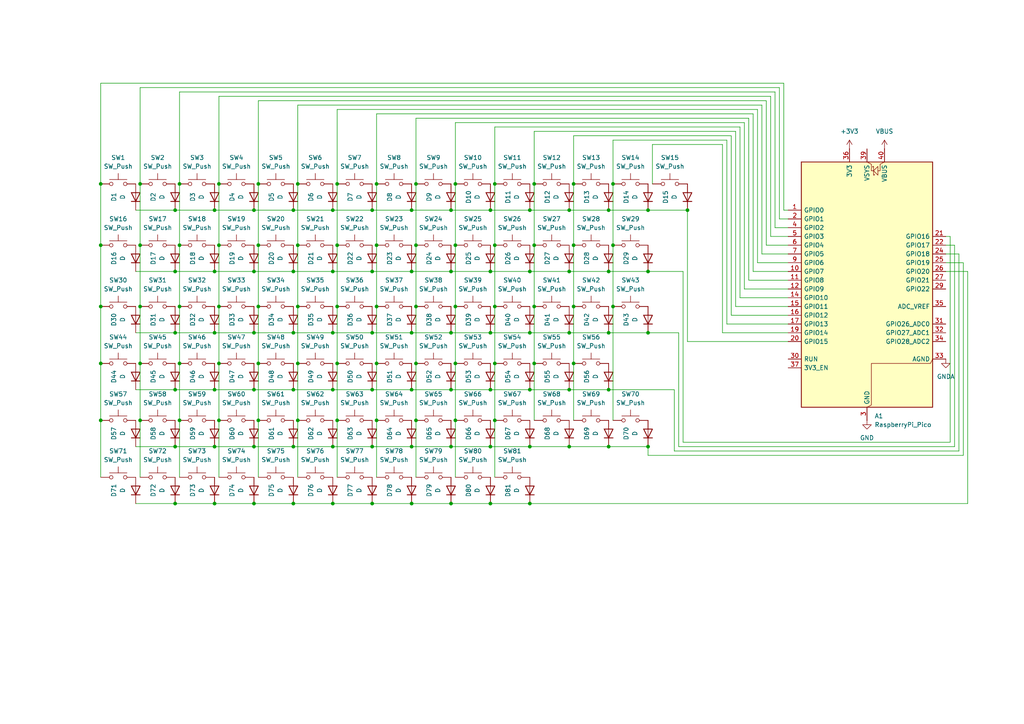
<source format=kicad_sch>
(kicad_sch (version 20250114) (generator "eeschema") (generator_version "9.0")
  (paper "A4")
  (junction (at 109.22 105.41))
  (junction (at 142.24 78.74))
  (junction (at 165.1 96.52))
  (junction (at 165.1 129.54))
  (junction (at 177.8 71.12))
  (junction (at 143.51 53.34))
  (junction (at 154.94 53.34))
  (junction (at 107.95 60.96))
  (junction (at 132.08 105.41))
  (junction (at 97.79 105.41))
  (junction (at 52.07 53.34))
  (junction (at 119.38 96.52))
  (junction (at 52.07 71.12))
  (junction (at 97.79 71.12))
  (junction (at 132.08 71.12))
  (junction (at 29.21 105.41))
  (junction (at 96.52 78.74))
  (junction (at 143.51 121.92))
  (junction (at 97.79 121.92))
  (junction (at 154.94 88.9))
  (junction (at 96.52 60.96))
  (junction (at 153.67 96.52))
  (junction (at 50.8 129.54))
  (junction (at 130.81 96.52))
  (junction (at 143.51 105.41))
  (junction (at 119.38 60.96))
  (junction (at 199.39 60.96))
  (junction (at 165.1 78.74))
  (junction (at 187.96 78.74))
  (junction (at 85.09 96.52))
  (junction (at 142.24 146.05))
  (junction (at 63.5 53.34))
  (junction (at 153.67 146.05))
  (junction (at 165.1 60.96))
  (junction (at 74.93 88.9))
  (junction (at 97.79 88.9))
  (junction (at 96.52 146.05))
  (junction (at 85.09 146.05))
  (junction (at 73.66 96.52))
  (junction (at 176.53 113.03))
  (junction (at 176.53 96.52))
  (junction (at 86.36 71.12))
  (junction (at 50.8 78.74))
  (junction (at 166.37 88.9))
  (junction (at 177.8 53.34))
  (junction (at 74.93 105.41))
  (junction (at 63.5 105.41))
  (junction (at 119.38 129.54))
  (junction (at 73.66 129.54))
  (junction (at 52.07 121.92))
  (junction (at 120.65 71.12))
  (junction (at 176.53 78.74))
  (junction (at 97.79 53.34))
  (junction (at 176.53 129.54))
  (junction (at 86.36 53.34))
  (junction (at 166.37 105.41))
  (junction (at 50.8 60.96))
  (junction (at 187.96 60.96))
  (junction (at 130.81 146.05))
  (junction (at 130.81 78.74))
  (junction (at 52.07 105.41))
  (junction (at 85.09 60.96))
  (junction (at 176.53 60.96))
  (junction (at 29.21 71.12))
  (junction (at 153.67 60.96))
  (junction (at 86.36 121.92))
  (junction (at 187.96 129.54))
  (junction (at 130.81 113.03))
  (junction (at 107.95 78.74))
  (junction (at 132.08 53.34))
  (junction (at 62.23 146.05))
  (junction (at 142.24 96.52))
  (junction (at 154.94 105.41))
  (junction (at 63.5 88.9))
  (junction (at 107.95 146.05))
  (junction (at 153.67 113.03))
  (junction (at 132.08 88.9))
  (junction (at 107.95 129.54))
  (junction (at 166.37 53.34))
  (junction (at 40.64 53.34))
  (junction (at 96.52 96.52))
  (junction (at 132.08 121.92))
  (junction (at 130.81 60.96))
  (junction (at 154.94 71.12))
  (junction (at 142.24 129.54))
  (junction (at 40.64 105.41))
  (junction (at 40.64 71.12))
  (junction (at 109.22 71.12))
  (junction (at 63.5 121.92))
  (junction (at 187.96 96.52))
  (junction (at 86.36 88.9))
  (junction (at 29.21 121.92))
  (junction (at 62.23 129.54))
  (junction (at 177.8 88.9))
  (junction (at 74.93 121.92))
  (junction (at 120.65 105.41))
  (junction (at 96.52 129.54))
  (junction (at 62.23 96.52))
  (junction (at 73.66 146.05))
  (junction (at 52.07 88.9))
  (junction (at 50.8 113.03))
  (junction (at 29.21 53.34))
  (junction (at 119.38 113.03))
  (junction (at 73.66 60.96))
  (junction (at 109.22 88.9))
  (junction (at 74.93 53.34))
  (junction (at 96.52 113.03))
  (junction (at 165.1 113.03))
  (junction (at 62.23 60.96))
  (junction (at 50.8 146.05))
  (junction (at 107.95 96.52))
  (junction (at 73.66 78.74))
  (junction (at 119.38 78.74))
  (junction (at 130.81 129.54))
  (junction (at 142.24 113.03))
  (junction (at 85.09 78.74))
  (junction (at 109.22 53.34))
  (junction (at 62.23 78.74))
  (junction (at 40.64 121.92))
  (junction (at 120.65 121.92))
  (junction (at 40.64 88.9))
  (junction (at 153.67 129.54))
  (junction (at 120.65 88.9))
  (junction (at 109.22 121.92))
  (junction (at 85.09 129.54))
  (junction (at 143.51 88.9))
  (junction (at 74.93 71.12))
  (junction (at 50.8 96.52))
  (junction (at 142.24 60.96))
  (junction (at 119.38 146.05))
  (junction (at 153.67 78.74))
  (junction (at 143.51 71.12))
  (junction (at 62.23 113.03))
  (junction (at 63.5 71.12))
  (junction (at 85.09 113.03))
  (junction (at 29.21 88.9))
  (junction (at 86.36 105.41))
  (junction (at 166.37 71.12))
  (junction (at 73.66 113.03))
  (junction (at 107.95 113.03))
  (junction (at 120.65 53.34))
  (wire (pts (xy 132.08 121.92) (xy 132.08 138.43)))
  (wire (pts (xy 130.81 129.54) (xy 142.24 129.54)))
  (wire (pts (xy 166.37 39.37) (xy 212.09 39.37)))
  (wire (pts (xy 73.66 146.05) (xy 85.09 146.05)))
  (wire (pts (xy 52.07 53.34) (xy 52.07 71.12)))
  (wire (pts (xy 85.09 113.03) (xy 96.52 113.03)))
  (wire (pts (xy 120.65 34.29) (xy 217.17 34.29)))
  (wire (pts (xy 50.8 113.03) (xy 62.23 113.03)))
  (wire (pts (xy 142.24 113.03) (xy 153.67 113.03)))
  (wire (pts (xy 220.98 73.66) (xy 228.6 73.66)))
  (wire (pts (xy 39.37 96.52) (xy 50.8 96.52)))
  (wire (pts (xy 97.79 121.92) (xy 97.79 138.43)))
  (wire (pts (xy 50.8 129.54) (xy 62.23 129.54)))
  (wire (pts (xy 73.66 60.96) (xy 85.09 60.96)))
  (wire (pts (xy 153.67 78.74) (xy 165.1 78.74)))
  (wire (pts (xy 109.22 88.9) (xy 109.22 105.41)))
  (wire (pts (xy 120.65 53.34) (xy 120.65 71.12)))
  (wire (pts (xy 29.21 24.13) (xy 227.33 24.13)))
  (wire (pts (xy 176.53 60.96) (xy 187.96 60.96)))
  (wire (pts (xy 187.96 78.74) (xy 198.12 78.74)))
  (wire (pts (xy 132.08 71.12) (xy 132.08 88.9)))
  (wire (pts (xy 86.36 121.92) (xy 86.36 138.43)))
  (wire (pts (xy 279.4 76.2) (xy 274.32 76.2)))
  (wire (pts (xy 153.67 146.05) (xy 280.67 146.05)))
  (wire (pts (xy 62.23 96.52) (xy 73.66 96.52)))
  (wire (pts (xy 86.36 105.41) (xy 86.36 121.92)))
  (wire (pts (xy 166.37 71.12) (xy 166.37 88.9)))
  (wire (pts (xy 39.37 78.74) (xy 50.8 78.74)))
  (wire (pts (xy 97.79 31.75) (xy 219.71 31.75)))
  (wire (pts (xy 279.4 132.08) (xy 279.4 76.2)))
  (wire (pts (xy 198.12 128.27) (xy 275.59 128.27)))
  (wire (pts (xy 109.22 53.34) (xy 109.22 33.02)))
  (wire (pts (xy 153.67 60.96) (xy 165.1 60.96)))
  (wire (pts (xy 40.64 53.34) (xy 40.64 71.12)))
  (wire (pts (xy 29.21 88.9) (xy 29.21 105.41)))
  (wire (pts (xy 165.1 96.52) (xy 176.53 96.52)))
  (wire (pts (xy 222.25 29.21) (xy 222.25 71.12)))
  (wire (pts (xy 154.94 53.34) (xy 154.94 38.1)))
  (wire (pts (xy 130.81 78.74) (xy 142.24 78.74)))
  (wire (pts (xy 143.51 36.83) (xy 143.51 53.34)))
  (wire (pts (xy 132.08 88.9) (xy 132.08 105.41)))
  (wire (pts (xy 63.5 27.94) (xy 223.52 27.94)))
  (wire (pts (xy 50.8 60.96) (xy 62.23 60.96)))
  (wire (pts (xy 209.55 41.91) (xy 189.23 41.91)))
  (wire (pts (xy 96.52 78.74) (xy 107.95 78.74)))
  (wire (pts (xy 187.96 129.54) (xy 187.96 132.08)))
  (wire (pts (xy 219.71 76.2) (xy 228.6 76.2)))
  (wire (pts (xy 130.81 113.03) (xy 142.24 113.03)))
  (wire (pts (xy 120.65 53.34) (xy 120.65 34.29)))
  (wire (pts (xy 97.79 53.34) (xy 97.79 31.75)))
  (wire (pts (xy 74.93 71.12) (xy 74.93 88.9)))
  (wire (pts (xy 165.1 78.74) (xy 176.53 78.74)))
  (wire (pts (xy 153.67 113.03) (xy 165.1 113.03)))
  (wire (pts (xy 143.51 53.34) (xy 143.51 71.12)))
  (wire (pts (xy 278.13 73.66) (xy 274.32 73.66)))
  (wire (pts (xy 85.09 146.05) (xy 96.52 146.05)))
  (wire (pts (xy 85.09 129.54) (xy 96.52 129.54)))
  (wire (pts (xy 40.64 71.12) (xy 40.64 88.9)))
  (wire (pts (xy 215.9 35.56) (xy 215.9 83.82)))
  (wire (pts (xy 40.64 105.41) (xy 40.64 121.92)))
  (wire (pts (xy 50.8 146.05) (xy 62.23 146.05)))
  (wire (pts (xy 222.25 71.12) (xy 228.6 71.12)))
  (wire (pts (xy 40.64 53.34) (xy 40.64 25.4)))
  (wire (pts (xy 85.09 96.52) (xy 96.52 96.52)))
  (wire (pts (xy 177.8 53.34) (xy 177.8 71.12)))
  (wire (pts (xy 85.09 78.74) (xy 96.52 78.74)))
  (wire (pts (xy 96.52 60.96) (xy 107.95 60.96)))
  (wire (pts (xy 119.38 96.52) (xy 130.81 96.52)))
  (wire (pts (xy 63.5 105.41) (xy 63.5 121.92)))
  (wire (pts (xy 154.94 38.1) (xy 213.36 38.1)))
  (wire (pts (xy 218.44 33.02) (xy 218.44 78.74)))
  (wire (pts (xy 86.36 30.48) (xy 220.98 30.48)))
  (wire (pts (xy 217.17 81.28) (xy 228.6 81.28)))
  (wire (pts (xy 63.5 121.92) (xy 63.5 138.43)))
  (wire (pts (xy 62.23 78.74) (xy 73.66 78.74)))
  (wire (pts (xy 63.5 53.34) (xy 63.5 27.94)))
  (wire (pts (xy 278.13 130.81) (xy 195.58 130.81)))
  (wire (pts (xy 39.37 60.96) (xy 50.8 60.96)))
  (wire (pts (xy 199.39 99.06) (xy 228.6 99.06)))
  (wire (pts (xy 40.64 88.9) (xy 40.64 105.41)))
  (wire (pts (xy 73.66 96.52) (xy 85.09 96.52)))
  (wire (pts (xy 218.44 78.74) (xy 228.6 78.74)))
  (wire (pts (xy 226.06 63.5) (xy 228.6 63.5)))
  (wire (pts (xy 143.51 71.12) (xy 143.51 88.9)))
  (wire (pts (xy 74.93 53.34) (xy 74.93 29.21)))
  (wire (pts (xy 187.96 129.54) (xy 176.53 129.54)))
  (wire (pts (xy 142.24 78.74) (xy 153.67 78.74)))
  (wire (pts (xy 278.13 130.81) (xy 278.13 73.66)))
  (wire (pts (xy 109.22 71.12) (xy 109.22 88.9)))
  (wire (pts (xy 153.67 129.54) (xy 165.1 129.54)))
  (wire (pts (xy 74.93 105.41) (xy 74.93 121.92)))
  (wire (pts (xy 50.8 78.74) (xy 62.23 78.74)))
  (wire (pts (xy 96.52 113.03) (xy 107.95 113.03)))
  (wire (pts (xy 96.52 96.52) (xy 107.95 96.52)))
  (wire (pts (xy 189.23 41.91) (xy 189.23 53.34)))
  (wire (pts (xy 276.86 129.54) (xy 276.86 71.12)))
  (wire (pts (xy 209.55 96.52) (xy 209.55 41.91)))
  (wire (pts (xy 62.23 129.54) (xy 73.66 129.54)))
  (wire (pts (xy 177.8 40.64) (xy 210.82 40.64)))
  (wire (pts (xy 276.86 71.12) (xy 274.32 71.12)))
  (wire (pts (xy 29.21 71.12) (xy 29.21 88.9)))
  (wire (pts (xy 166.37 53.34) (xy 166.37 71.12)))
  (wire (pts (xy 119.38 60.96) (xy 130.81 60.96)))
  (wire (pts (xy 143.51 121.92) (xy 143.51 138.43)))
  (wire (pts (xy 74.93 121.92) (xy 74.93 138.43)))
  (wire (pts (xy 86.36 53.34) (xy 86.36 30.48)))
  (wire (pts (xy 280.67 78.74) (xy 274.32 78.74)))
  (wire (pts (xy 63.5 71.12) (xy 63.5 88.9)))
  (wire (pts (xy 62.23 146.05) (xy 73.66 146.05)))
  (wire (pts (xy 96.52 129.54) (xy 107.95 129.54)))
  (wire (pts (xy 107.95 78.74) (xy 119.38 78.74)))
  (wire (pts (xy 120.65 88.9) (xy 120.65 105.41)))
  (wire (pts (xy 39.37 129.54) (xy 50.8 129.54)))
  (wire (pts (xy 210.82 93.98) (xy 228.6 93.98)))
  (wire (pts (xy 280.67 146.05) (xy 280.67 78.74)))
  (wire (pts (xy 52.07 88.9) (xy 52.07 105.41)))
  (wire (pts (xy 120.65 121.92) (xy 120.65 138.43)))
  (wire (pts (xy 40.64 121.92) (xy 40.64 138.43)))
  (wire (pts (xy 74.93 29.21) (xy 222.25 29.21)))
  (wire (pts (xy 199.39 60.96) (xy 199.39 99.06)))
  (wire (pts (xy 143.51 105.41) (xy 143.51 121.92)))
  (wire (pts (xy 119.38 113.03) (xy 130.81 113.03)))
  (wire (pts (xy 224.79 26.67) (xy 224.79 66.04)))
  (wire (pts (xy 213.36 38.1) (xy 213.36 88.9)))
  (wire (pts (xy 130.81 96.52) (xy 142.24 96.52)))
  (wire (pts (xy 143.51 36.83) (xy 214.63 36.83)))
  (wire (pts (xy 187.96 96.52) (xy 196.85 96.52)))
  (wire (pts (xy 97.79 88.9) (xy 97.79 105.41)))
  (wire (pts (xy 154.94 71.12) (xy 154.94 88.9)))
  (wire (pts (xy 142.24 146.05) (xy 153.67 146.05)))
  (wire (pts (xy 63.5 88.9) (xy 63.5 105.41)))
  (wire (pts (xy 97.79 71.12) (xy 97.79 88.9)))
  (wire (pts (xy 187.96 132.08) (xy 279.4 132.08)))
  (wire (pts (xy 73.66 78.74) (xy 85.09 78.74)))
  (wire (pts (xy 275.59 128.27) (xy 275.59 68.58)))
  (wire (pts (xy 219.71 31.75) (xy 219.71 76.2)))
  (wire (pts (xy 142.24 96.52) (xy 153.67 96.52)))
  (wire (pts (xy 63.5 53.34) (xy 63.5 71.12)))
  (wire (pts (xy 52.07 26.67) (xy 224.79 26.67)))
  (wire (pts (xy 275.59 68.58) (xy 274.32 68.58)))
  (wire (pts (xy 143.51 88.9) (xy 143.51 105.41)))
  (wire (pts (xy 50.8 96.52) (xy 62.23 96.52)))
  (wire (pts (xy 213.36 88.9) (xy 228.6 88.9)))
  (wire (pts (xy 119.38 146.05) (xy 130.81 146.05)))
  (wire (pts (xy 223.52 68.58) (xy 228.6 68.58)))
  (wire (pts (xy 109.22 53.34) (xy 109.22 71.12)))
  (wire (pts (xy 176.53 78.74) (xy 187.96 78.74)))
  (wire (pts (xy 29.21 53.34) (xy 29.21 24.13)))
  (wire (pts (xy 96.52 146.05) (xy 107.95 146.05)))
  (wire (pts (xy 212.09 39.37) (xy 212.09 91.44)))
  (wire (pts (xy 215.9 83.82) (xy 228.6 83.82)))
  (wire (pts (xy 227.33 60.96) (xy 228.6 60.96)))
  (wire (pts (xy 142.24 129.54) (xy 153.67 129.54)))
  (wire (pts (xy 85.09 60.96) (xy 96.52 60.96)))
  (wire (pts (xy 74.93 88.9) (xy 74.93 105.41)))
  (wire (pts (xy 165.1 113.03) (xy 176.53 113.03)))
  (wire (pts (xy 52.07 53.34) (xy 52.07 26.67)))
  (wire (pts (xy 217.17 34.29) (xy 217.17 81.28)))
  (wire (pts (xy 177.8 88.9) (xy 177.8 121.92)))
  (wire (pts (xy 130.81 60.96) (xy 142.24 60.96)))
  (wire (pts (xy 29.21 105.41) (xy 29.21 121.92)))
  (wire (pts (xy 177.8 71.12) (xy 177.8 88.9)))
  (wire (pts (xy 210.82 40.64) (xy 210.82 93.98)))
  (wire (pts (xy 73.66 129.54) (xy 85.09 129.54)))
  (wire (pts (xy 86.36 53.34) (xy 86.36 71.12)))
  (wire (pts (xy 166.37 88.9) (xy 166.37 105.41)))
  (wire (pts (xy 154.94 53.34) (xy 154.94 71.12)))
  (wire (pts (xy 52.07 105.41) (xy 52.07 121.92)))
  (wire (pts (xy 40.64 25.4) (xy 226.06 25.4)))
  (wire (pts (xy 86.36 88.9) (xy 86.36 105.41)))
  (wire (pts (xy 86.36 71.12) (xy 86.36 88.9)))
  (wire (pts (xy 214.63 86.36) (xy 228.6 86.36)))
  (wire (pts (xy 223.52 27.94) (xy 223.52 68.58)))
  (wire (pts (xy 195.58 113.03) (xy 176.53 113.03)))
  (wire (pts (xy 165.1 129.54) (xy 176.53 129.54)))
  (wire (pts (xy 220.98 30.48) (xy 220.98 73.66)))
  (wire (pts (xy 119.38 129.54) (xy 130.81 129.54)))
  (wire (pts (xy 52.07 121.92) (xy 52.07 138.43)))
  (wire (pts (xy 109.22 121.92) (xy 109.22 138.43)))
  (wire (pts (xy 198.12 78.74) (xy 198.12 128.27)))
  (wire (pts (xy 142.24 60.96) (xy 153.67 60.96)))
  (wire (pts (xy 195.58 130.81) (xy 195.58 113.03)))
  (wire (pts (xy 39.37 113.03) (xy 50.8 113.03)))
  (wire (pts (xy 132.08 53.34) (xy 132.08 71.12)))
  (wire (pts (xy 130.81 146.05) (xy 142.24 146.05)))
  (wire (pts (xy 153.67 96.52) (xy 165.1 96.52)))
  (wire (pts (xy 97.79 53.34) (xy 97.79 71.12)))
  (wire (pts (xy 176.53 96.52) (xy 187.96 96.52)))
  (wire (pts (xy 166.37 105.41) (xy 166.37 121.92)))
  (wire (pts (xy 177.8 40.64) (xy 177.8 53.34)))
  (wire (pts (xy 29.21 53.34) (xy 29.21 71.12)))
  (wire (pts (xy 154.94 105.41) (xy 154.94 121.92)))
  (wire (pts (xy 52.07 71.12) (xy 52.07 88.9)))
  (wire (pts (xy 97.79 105.41) (xy 97.79 121.92)))
  (wire (pts (xy 107.95 113.03) (xy 119.38 113.03)))
  (wire (pts (xy 166.37 53.34) (xy 166.37 39.37)))
  (wire (pts (xy 154.94 88.9) (xy 154.94 105.41)))
  (wire (pts (xy 62.23 60.96) (xy 73.66 60.96)))
  (wire (pts (xy 120.65 105.41) (xy 120.65 121.92)))
  (wire (pts (xy 109.22 33.02) (xy 218.44 33.02)))
  (wire (pts (xy 39.37 146.05) (xy 50.8 146.05)))
  (wire (pts (xy 214.63 36.83) (xy 214.63 86.36)))
  (wire (pts (xy 107.95 146.05) (xy 119.38 146.05)))
  (wire (pts (xy 62.23 113.03) (xy 73.66 113.03)))
  (wire (pts (xy 119.38 78.74) (xy 130.81 78.74)))
  (wire (pts (xy 107.95 129.54) (xy 119.38 129.54)))
  (wire (pts (xy 196.85 96.52) (xy 196.85 129.54)))
  (wire (pts (xy 132.08 35.56) (xy 215.9 35.56)))
  (wire (pts (xy 73.66 113.03) (xy 85.09 113.03)))
  (wire (pts (xy 227.33 24.13) (xy 227.33 60.96)))
  (wire (pts (xy 74.93 53.34) (xy 74.93 71.12)))
  (wire (pts (xy 196.85 129.54) (xy 276.86 129.54)))
  (wire (pts (xy 187.96 60.96) (xy 199.39 60.96)))
  (wire (pts (xy 212.09 91.44) (xy 228.6 91.44)))
  (wire (pts (xy 165.1 60.96) (xy 176.53 60.96)))
  (wire (pts (xy 109.22 105.41) (xy 109.22 121.92)))
  (wire (pts (xy 228.6 96.52) (xy 209.55 96.52)))
  (wire (pts (xy 224.79 66.04) (xy 228.6 66.04)))
  (wire (pts (xy 132.08 35.56) (xy 132.08 53.34)))
  (wire (pts (xy 29.21 121.92) (xy 29.21 138.43)))
  (wire (pts (xy 120.65 71.12) (xy 120.65 88.9)))
  (wire (pts (xy 132.08 105.41) (xy 132.08 121.92)))
  (wire (pts (xy 226.06 25.4) (xy 226.06 63.5)))
  (wire (pts (xy 107.95 60.96) (xy 119.38 60.96)))
  (wire (pts (xy 107.95 96.52) (xy 119.38 96.52)))
  (symbol (lib_id "Switch:SW_Push") (at 148.59 138.43 0) (unit 1)
    (property "Reference" "SW81" (at 148.59 130.81 0))
    (property "Value" "SW_Push" (at 148.59 133.35 0))
    (property "Footprint" "MX_HOTSWAP:MX-Hotswap-1U" (effects (hide yes)))
    (property "Description" "Push button switch, generic, two pins" (effects (hide yes)))
  )
  (symbol (lib_id "Switch:SW_Push") (at 114.3 71.12 0) (unit 1)
    (property "Reference" "SW23" (at 114.3 63.5 0))
    (property "Value" "SW_Push" (at 114.3 66.04 0))
    (property "Footprint" "MX_HOTSWAP:MX-Hotswap-1U" (effects (hide yes)))
    (property "Description" "Push button switch, generic, two pins" (effects (hide yes)))
  )
  (symbol (lib_id "Device:D") (at 142.24 74.93 90) (unit 1)
    (property "Reference" "D25" (at 135.89 74.93 0))
    (property "Value" "D" (at 138.43 74.93 0))
    (property "Footprint" "Diode_THT:D_DO-35_SOD27_P7.62mm_Horizontal" (effects (hide yes)))
    (property "Description" "Diode" (effects (hide yes)))
    (property "Sim.Device" "D" (effects (hide yes)))
    (property "Sim.Pins" "1=K 2=A" (effects (hide yes)))
  )
  (symbol (lib_id "Device:D") (at 39.37 125.73 90) (unit 1)
    (property "Reference" "D57" (at 33.02 125.73 0))
    (property "Value" "D" (at 35.56 125.73 0))
    (property "Footprint" "Diode_THT:D_DO-35_SOD27_P7.62mm_Horizontal" (effects (hide yes)))
    (property "Description" "Diode" (effects (hide yes)))
    (property "Sim.Device" "D" (effects (hide yes)))
    (property "Sim.Pins" "1=K 2=A" (effects (hide yes)))
  )
  (symbol (lib_id "Switch:SW_Push") (at 57.15 71.12 0) (unit 1)
    (property "Reference" "SW18" (at 57.15 63.5 0))
    (property "Value" "SW_Push" (at 57.15 66.04 0))
    (property "Footprint" "MX_HOTSWAP:MX-Hotswap-1U" (effects (hide yes)))
    (property "Description" "Push button switch, generic, two pins" (effects (hide yes)))
  )
  (symbol (lib_id "Device:D") (at 73.66 92.71 90) (unit 1)
    (property "Reference" "D33" (at 67.31 92.71 0))
    (property "Value" "D" (at 69.85 92.71 0))
    (property "Footprint" "Diode_THT:D_DO-35_SOD27_P7.62mm_Horizontal" (effects (hide yes)))
    (property "Description" "Diode" (effects (hide yes)))
    (property "Sim.Device" "D" (effects (hide yes)))
    (property "Sim.Pins" "1=K 2=A" (effects (hide yes)))
  )
  (symbol (lib_id "Device:D") (at 85.09 125.73 90) (unit 1)
    (property "Reference" "D61" (at 78.74 125.73 0))
    (property "Value" "D" (at 81.28 125.73 0))
    (property "Footprint" "Diode_THT:D_DO-35_SOD27_P7.62mm_Horizontal" (effects (hide yes)))
    (property "Description" "Diode" (effects (hide yes)))
    (property "Sim.Device" "D" (effects (hide yes)))
    (property "Sim.Pins" "1=K 2=A" (effects (hide yes)))
  )
  (symbol (lib_id "Device:D") (at 142.24 125.73 90) (unit 1)
    (property "Reference" "D66" (at 135.89 125.73 0))
    (property "Value" "D" (at 138.43 125.73 0))
    (property "Footprint" "Diode_THT:D_DO-35_SOD27_P7.62mm_Horizontal" (effects (hide yes)))
    (property "Description" "Diode" (effects (hide yes)))
    (property "Sim.Device" "D" (effects (hide yes)))
    (property "Sim.Pins" "1=K 2=A" (effects (hide yes)))
  )
  (symbol (lib_id "Switch:SW_Push") (at 91.44 53.34 0) (unit 1)
    (property "Reference" "SW6" (at 91.44 45.72 0))
    (property "Value" "SW_Push" (at 91.44 48.26 0))
    (property "Footprint" "MX_HOTSWAP:MX-Hotswap-1U" (effects (hide yes)))
    (property "Description" "Push button switch, generic, two pins" (effects (hide yes)))
  )
  (symbol (lib_id "Switch:SW_Push") (at 80.01 53.34 0) (unit 1)
    (property "Reference" "SW5" (at 80.01 45.72 0))
    (property "Value" "SW_Push" (at 80.01 48.26 0))
    (property "Footprint" "MX_HOTSWAP:MX-Hotswap-1U" (effects (hide yes)))
    (property "Description" "Push button switch, generic, two pins" (effects (hide yes)))
  )
  (symbol (lib_id "Device:D") (at 153.67 109.22 90) (unit 1)
    (property "Reference" "D54" (at 147.32 109.22 0))
    (property "Value" "D" (at 149.86 109.22 0))
    (property "Footprint" "Diode_THT:D_DO-35_SOD27_P7.62mm_Horizontal" (effects (hide yes)))
    (property "Description" "Diode" (effects (hide yes)))
    (property "Sim.Device" "D" (effects (hide yes)))
    (property "Sim.Pins" "1=K 2=A" (effects (hide yes)))
  )
  (symbol (lib_id "Device:D") (at 165.1 74.93 90) (unit 1)
    (property "Reference" "D27" (at 158.75 74.93 0))
    (property "Value" "D" (at 161.29 74.93 0))
    (property "Footprint" "Diode_THT:D_DO-35_SOD27_P7.62mm_Horizontal" (effects (hide yes)))
    (property "Description" "Diode" (effects (hide yes)))
    (property "Sim.Device" "D" (effects (hide yes)))
    (property "Sim.Pins" "1=K 2=A" (effects (hide yes)))
  )
  (symbol (lib_id "Device:D") (at 165.1 109.22 90) (unit 1)
    (property "Reference" "D55" (at 158.75 109.22 0))
    (property "Value" "D" (at 161.29 109.22 0))
    (property "Footprint" "Diode_THT:D_DO-35_SOD27_P7.62mm_Horizontal" (effects (hide yes)))
    (property "Description" "Diode" (effects (hide yes)))
    (property "Sim.Device" "D" (effects (hide yes)))
    (property "Sim.Pins" "1=K 2=A" (effects (hide yes)))
  )
  (symbol (lib_id "Device:D") (at 153.67 92.71 90) (unit 1)
    (property "Reference" "D40" (at 147.32 92.71 0))
    (property "Value" "D" (at 149.86 92.71 0))
    (property "Footprint" "Diode_THT:D_DO-35_SOD27_P7.62mm_Horizontal" (effects (hide yes)))
    (property "Description" "Diode" (effects (hide yes)))
    (property "Sim.Device" "D" (effects (hide yes)))
    (property "Sim.Pins" "1=K 2=A" (effects (hide yes)))
  )
  (symbol (lib_id "Device:D") (at 50.8 109.22 90) (unit 1)
    (property "Reference" "D45" (at 44.45 109.22 0))
    (property "Value" "D" (at 46.99 109.22 0))
    (property "Footprint" "Diode_THT:D_DO-35_SOD27_P7.62mm_Horizontal" (effects (hide yes)))
    (property "Description" "Diode" (effects (hide yes)))
    (property "Sim.Device" "D" (effects (hide yes)))
    (property "Sim.Pins" "1=K 2=A" (effects (hide yes)))
  )
  (symbol (lib_id "Device:D") (at 39.37 57.15 90) (unit 1)
    (property "Reference" "D1" (at 33.02 57.15 0))
    (property "Value" "D" (at 35.56 57.15 0))
    (property "Footprint" "Diode_THT:D_DO-35_SOD27_P7.62mm_Horizontal" (effects (hide yes)))
    (property "Description" "Diode" (effects (hide yes)))
    (property "Sim.Device" "D" (effects (hide yes)))
    (property "Sim.Pins" "1=K 2=A" (effects (hide yes)))
  )
  (symbol (lib_id "Device:D") (at 39.37 92.71 90) (unit 1)
    (property "Reference" "D30" (at 33.02 92.71 0))
    (property "Value" "D" (at 35.56 92.71 0))
    (property "Footprint" "Diode_THT:D_DO-35_SOD27_P7.62mm_Horizontal" (effects (hide yes)))
    (property "Description" "Diode" (effects (hide yes)))
    (property "Sim.Device" "D" (effects (hide yes)))
    (property "Sim.Pins" "1=K 2=A" (effects (hide yes)))
  )
  (symbol (lib_id "Switch:SW_Push") (at 45.72 53.34 0) (unit 1)
    (property "Reference" "SW2" (at 45.72 45.72 0))
    (property "Value" "SW_Push" (at 45.72 48.26 0))
    (property "Footprint" "MX_HOTSWAP:MX-Hotswap-1U" (effects (hide yes)))
    (property "Description" "Push button switch, generic, two pins" (effects (hide yes)))
  )
  (symbol (lib_id "Switch:SW_Push") (at 125.73 71.12 0) (unit 1)
    (property "Reference" "SW24" (at 125.73 63.5 0))
    (property "Value" "SW_Push" (at 125.73 66.04 0))
    (property "Footprint" "MX_HOTSWAP:MX-Hotswap-1U" (effects (hide yes)))
    (property "Description" "Push button switch, generic, two pins" (effects (hide yes)))
  )
  (symbol (lib_id "Device:D") (at 62.23 142.24 90) (unit 1)
    (property "Reference" "D73" (at 55.88 142.24 0))
    (property "Value" "D" (at 58.42 142.24 0))
    (property "Footprint" "Diode_THT:D_DO-35_SOD27_P7.62mm_Horizontal" (effects (hide yes)))
    (property "Description" "Diode" (effects (hide yes)))
    (property "Sim.Device" "D" (effects (hide yes)))
    (property "Sim.Pins" "1=K 2=A" (effects (hide yes)))
  )
  (symbol (lib_id "Switch:SW_Push") (at 182.88 88.9 0) (unit 1)
    (property "Reference" "SW43" (at 182.88 81.28 0))
    (property "Value" "SW_Push" (at 182.88 83.82 0))
    (property "Footprint" "MX_HOTSWAP:MX-Hotswap-ISO" (effects (hide yes)))
    (property "Description" "Push button switch, generic, two pins" (effects (hide yes)))
  )
  (symbol (lib_id "Device:D") (at 107.95 57.15 90) (unit 1)
    (property "Reference" "D7" (at 101.6 57.15 0))
    (property "Value" "D" (at 104.14 57.15 0))
    (property "Footprint" "Diode_THT:D_DO-35_SOD27_P7.62mm_Horizontal" (effects (hide yes)))
    (property "Description" "Diode" (effects (hide yes)))
    (property "Sim.Device" "D" (effects (hide yes)))
    (property "Sim.Pins" "1=K 2=A" (effects (hide yes)))
  )
  (symbol (lib_id "Device:D") (at 96.52 109.22 90) (unit 1)
    (property "Reference" "D49" (at 90.17 109.22 0))
    (property "Value" "D" (at 92.71 109.22 0))
    (property "Footprint" "Diode_THT:D_DO-35_SOD27_P7.62mm_Horizontal" (effects (hide yes)))
    (property "Description" "Diode" (effects (hide yes)))
    (property "Sim.Device" "D" (effects (hide yes)))
    (property "Sim.Pins" "1=K 2=A" (effects (hide yes)))
  )
  (symbol (lib_id "Device:D") (at 153.67 125.73 90) (unit 1)
    (property "Reference" "D67" (at 147.32 125.73 0))
    (property "Value" "D" (at 149.86 125.73 0))
    (property "Footprint" "Diode_THT:D_DO-35_SOD27_P7.62mm_Horizontal" (effects (hide yes)))
    (property "Description" "Diode" (effects (hide yes)))
    (property "Sim.Device" "D" (effects (hide yes)))
    (property "Sim.Pins" "1=K 2=A" (effects (hide yes)))
  )
  (symbol (lib_id "Device:D") (at 176.53 125.73 90) (unit 1)
    (property "Reference" "D69" (at 170.18 125.73 0))
    (property "Value" "D" (at 172.72 125.73 0))
    (property "Footprint" "Diode_THT:D_DO-35_SOD27_P7.62mm_Horizontal" (effects (hide yes)))
    (property "Description" "Diode" (effects (hide yes)))
    (property "Sim.Device" "D" (effects (hide yes)))
    (property "Sim.Pins" "1=K 2=A" (effects (hide yes)))
  )
  (symbol (lib_id "Device:D") (at 96.52 57.15 90) (unit 1)
    (property "Reference" "D6" (at 90.17 57.15 0))
    (property "Value" "D" (at 92.71 57.15 0))
    (property "Footprint" "Diode_THT:D_DO-35_SOD27_P7.62mm_Horizontal" (effects (hide yes)))
    (property "Description" "Diode" (effects (hide yes)))
    (property "Sim.Device" "D" (effects (hide yes)))
    (property "Sim.Pins" "1=K 2=A" (effects (hide yes)))
  )
  (symbol (lib_id "Device:D") (at 199.39 57.15 90) (unit 1)
    (property "Reference" "D15" (at 193.04 57.15 0))
    (property "Value" "D" (at 195.58 57.15 0))
    (property "Footprint" "Diode_THT:D_DO-35_SOD27_P7.62mm_Horizontal" (effects (hide yes)))
    (property "Description" "Diode" (effects (hide yes)))
    (property "Sim.Device" "D" (effects (hide yes)))
    (property "Sim.Pins" "1=K 2=A" (effects (hide yes)))
  )
  (symbol (lib_id "Switch:SW_Push") (at 80.01 71.12 0) (unit 1)
    (property "Reference" "SW20" (at 80.01 63.5 0))
    (property "Value" "SW_Push" (at 80.01 66.04 0))
    (property "Footprint" "MX_HOTSWAP:MX-Hotswap-1U" (effects (hide yes)))
    (property "Description" "Push button switch, generic, two pins" (effects (hide yes)))
  )
  (symbol (lib_id "Switch:SW_Push") (at 102.87 88.9 0) (unit 1)
    (property "Reference" "SW36" (at 102.87 81.28 0))
    (property "Value" "SW_Push" (at 102.87 83.82 0))
    (property "Footprint" "MX_HOTSWAP:MX-Hotswap-1U" (effects (hide yes)))
    (property "Description" "Push button switch, generic, two pins" (effects (hide yes)))
  )
  (symbol (lib_id "Device:D") (at 96.52 125.73 90) (unit 1)
    (property "Reference" "D62" (at 90.17 125.73 0))
    (property "Value" "D" (at 92.71 125.73 0))
    (property "Footprint" "Diode_THT:D_DO-35_SOD27_P7.62mm_Horizontal" (effects (hide yes)))
    (property "Description" "Diode" (effects (hide yes)))
    (property "Sim.Device" "D" (effects (hide yes)))
    (property "Sim.Pins" "1=K 2=A" (effects (hide yes)))
  )
  (symbol (lib_id "Device:D") (at 130.81 74.93 90) (unit 1)
    (property "Reference" "D24" (at 124.46 74.93 0))
    (property "Value" "D" (at 127 74.93 0))
    (property "Footprint" "Diode_THT:D_DO-35_SOD27_P7.62mm_Horizontal" (effects (hide yes)))
    (property "Description" "Diode" (effects (hide yes)))
    (property "Sim.Device" "D" (effects (hide yes)))
    (property "Sim.Pins" "1=K 2=A" (effects (hide yes)))
  )
  (symbol (lib_id "Switch:SW_Push") (at 102.87 138.43 0) (unit 1)
    (property "Reference" "SW77" (at 102.87 130.81 0))
    (property "Value" "SW_Push" (at 102.87 133.35 0))
    (property "Footprint" "MX_HOTSWAP:MX-Hotswap-1U" (effects (hide yes)))
    (property "Description" "Push button switch, generic, two pins" (effects (hide yes)))
  )
  (symbol (lib_id "Switch:SW_Push") (at 68.58 71.12 0) (unit 1)
    (property "Reference" "SW19" (at 68.58 63.5 0))
    (property "Value" "SW_Push" (at 68.58 66.04 0))
    (property "Footprint" "MX_HOTSWAP:MX-Hotswap-1U" (effects (hide yes)))
    (property "Description" "Push button switch, generic, two pins" (effects (hide yes)))
  )
  (symbol (lib_id "Switch:SW_Push") (at 171.45 105.41 0) (unit 1)
    (property "Reference" "SW56" (at 171.45 97.79 0))
    (property "Value" "SW_Push" (at 171.45 100.33 0))
    (property "Footprint" "MX_HOTSWAP:MX-Hotswap-1U" (effects (hide yes)))
    (property "Description" "Push button switch, generic, two pins" (effects (hide yes)))
  )
  (symbol (lib_id "Device:D") (at 107.95 109.22 90) (unit 1)
    (property "Reference" "D50" (at 101.6 109.22 0))
    (property "Value" "D" (at 104.14 109.22 0))
    (property "Footprint" "Diode_THT:D_DO-35_SOD27_P7.62mm_Horizontal" (effects (hide yes)))
    (property "Description" "Diode" (effects (hide yes)))
    (property "Sim.Device" "D" (effects (hide yes)))
    (property "Sim.Pins" "1=K 2=A" (effects (hide yes)))
  )
  (symbol (lib_id "Switch:SW_Push") (at 171.45 88.9 0) (unit 1)
    (property "Reference" "SW42" (at 171.45 81.28 0))
    (property "Value" "SW_Push" (at 171.45 83.82 0))
    (property "Footprint" "MX_HOTSWAP:MX-Hotswap-1U" (effects (hide yes)))
    (property "Description" "Push button switch, generic, two pins" (effects (hide yes)))
  )
  (symbol (lib_id "Switch:SW_Push") (at 45.72 71.12 0) (unit 1)
    (property "Reference" "SW17" (at 45.72 63.5 0))
    (property "Value" "SW_Push" (at 45.72 66.04 0))
    (property "Footprint" "MX_HOTSWAP:MX-Hotswap-1U" (effects (hide yes)))
    (property "Description" "Push button switch, generic, two pins" (effects (hide yes)))
  )
  (symbol (lib_id "Device:D") (at 142.24 142.24 90) (unit 1)
    (property "Reference" "D80" (at 135.89 142.24 0))
    (property "Value" "D" (at 138.43 142.24 0))
    (property "Footprint" "Diode_THT:D_DO-35_SOD27_P7.62mm_Horizontal" (effects (hide yes)))
    (property "Description" "Diode" (effects (hide yes)))
    (property "Sim.Device" "D" (effects (hide yes)))
    (property "Sim.Pins" "1=K 2=A" (effects (hide yes)))
  )
  (symbol (lib_id "Switch:SW_Push") (at 160.02 88.9 0) (unit 1)
    (property "Reference" "SW41" (at 160.02 81.28 0))
    (property "Value" "SW_Push" (at 160.02 83.82 0))
    (property "Footprint" "MX_HOTSWAP:MX-Hotswap-1U" (effects (hide yes)))
    (property "Description" "Push button switch, generic, two pins" (effects (hide yes)))
  )
  (symbol (lib_id "Device:D") (at 85.09 92.71 90) (unit 1)
    (property "Reference" "D34" (at 78.74 92.71 0))
    (property "Value" "D" (at 81.28 92.71 0))
    (property "Footprint" "Diode_THT:D_DO-35_SOD27_P7.62mm_Horizontal" (effects (hide yes)))
    (property "Description" "Diode" (effects (hide yes)))
    (property "Sim.Device" "D" (effects (hide yes)))
    (property "Sim.Pins" "1=K 2=A" (effects (hide yes)))
  )
  (symbol (lib_id "Switch:SW_Push") (at 80.01 105.41 0) (unit 1)
    (property "Reference" "SW48" (at 80.01 97.79 0))
    (property "Value" "SW_Push" (at 80.01 100.33 0))
    (property "Footprint" "MX_HOTSWAP:MX-Hotswap-1U" (effects (hide yes)))
    (property "Description" "Push button switch, generic, two pins" (effects (hide yes)))
  )
  (symbol (lib_id "Switch:SW_Push") (at 137.16 71.12 0) (unit 1)
    (property "Reference" "SW25" (at 137.16 63.5 0))
    (property "Value" "SW_Push" (at 137.16 66.04 0))
    (property "Footprint" "MX_HOTSWAP:MX-Hotswap-1U" (effects (hide yes)))
    (property "Description" "Push button switch, generic, two pins" (effects (hide yes)))
  )
  (symbol (lib_id "Switch:SW_Push") (at 57.15 121.92 0) (unit 1)
    (property "Reference" "SW59" (at 57.15 114.3 0))
    (property "Value" "SW_Push" (at 57.15 116.84 0))
    (property "Footprint" "MX_HOTSWAP:MX-Hotswap-1U" (effects (hide yes)))
    (property "Description" "Push button switch, generic, two pins" (effects (hide yes)))
  )
  (symbol (lib_id "Device:D") (at 73.66 125.73 90) (unit 1)
    (property "Reference" "D60" (at 67.31 125.73 0))
    (property "Value" "D" (at 69.85 125.73 0))
    (property "Footprint" "Diode_THT:D_DO-35_SOD27_P7.62mm_Horizontal" (effects (hide yes)))
    (property "Description" "Diode" (effects (hide yes)))
    (property "Sim.Device" "D" (effects (hide yes)))
    (property "Sim.Pins" "1=K 2=A" (effects (hide yes)))
  )
  (symbol (lib_id "Device:D") (at 85.09 109.22 90) (unit 1)
    (property "Reference" "D48" (at 78.74 109.22 0))
    (property "Value" "D" (at 81.28 109.22 0))
    (property "Footprint" "Diode_THT:D_DO-35_SOD27_P7.62mm_Horizontal" (effects (hide yes)))
    (property "Description" "Diode" (effects (hide yes)))
    (property "Sim.Device" "D" (effects (hide yes)))
    (property "Sim.Pins" "1=K 2=A" (effects (hide yes)))
  )
  (symbol (lib_id "Switch:SW_Push") (at 45.72 105.41 0) (unit 1)
    (property "Reference" "SW45" (at 45.72 97.79 0))
    (property "Value" "SW_Push" (at 45.72 100.33 0))
    (property "Footprint" "MX_HOTSWAP:MX-Hotswap-1U" (effects (hide yes)))
    (property "Description" "Push button switch, generic, two pins" (effects (hide yes)))
  )
  (symbol (lib_id "Switch:SW_Push") (at 114.3 105.41 0) (unit 1)
    (property "Reference" "SW51" (at 114.3 97.79 0))
    (property "Value" "SW_Push" (at 114.3 100.33 0))
    (property "Footprint" "MX_HOTSWAP:MX-Hotswap-1U" (effects (hide yes)))
    (property "Description" "Push button switch, generic, two pins" (effects (hide yes)))
  )
  (symbol (lib_id "Switch:SW_Push") (at 114.3 53.34 0) (unit 1)
    (property "Reference" "SW8" (at 114.3 45.72 0))
    (property "Value" "SW_Push" (at 114.3 48.26 0))
    (property "Footprint" "MX_HOTSWAP:MX-Hotswap-1U" (effects (hide yes)))
    (property "Description" "Push button switch, generic, two pins" (effects (hide yes)))
  )
  (symbol (lib_id "power:GND") (at 251.46 121.92 0) (unit 1)
    (property "Reference" "#PWR03" (effects (hide yes)))
    (property "Value" "GND" (at 251.46 127 0))
    (property "Description" "Power symbol creates a global label with name \"GND\" , ground" (effects (hide yes)))
  )
  (symbol (lib_id "Switch:SW_Push") (at 114.3 121.92 0) (unit 1)
    (property "Reference" "SW64" (at 114.3 114.3 0))
    (property "Value" "SW_Push" (at 114.3 116.84 0))
    (property "Footprint" "MX_HOTSWAP:MX-Hotswap-1U" (effects (hide yes)))
    (property "Description" "Push button switch, generic, two pins" (effects (hide yes)))
  )
  (symbol (lib_id "Device:D") (at 73.66 142.24 90) (unit 1)
    (property "Reference" "D74" (at 67.31 142.24 0))
    (property "Value" "D" (at 69.85 142.24 0))
    (property "Footprint" "Diode_THT:D_DO-35_SOD27_P7.62mm_Horizontal" (effects (hide yes)))
    (property "Description" "Diode" (effects (hide yes)))
    (property "Sim.Device" "D" (effects (hide yes)))
    (property "Sim.Pins" "1=K 2=A" (effects (hide yes)))
  )
  (symbol (lib_id "Switch:SW_Push") (at 137.16 105.41 0) (unit 1)
    (property "Reference" "SW53" (at 137.16 97.79 0))
    (property "Value" "SW_Push" (at 137.16 100.33 0))
    (property "Footprint" "MX_HOTSWAP:MX-Hotswap-1U" (effects (hide yes)))
    (property "Description" "Push button switch, generic, two pins" (effects (hide yes)))
  )
  (symbol (lib_id "Switch:SW_Push") (at 125.73 53.34 0) (unit 1)
    (property "Reference" "SW9" (at 125.73 45.72 0))
    (property "Value" "SW_Push" (at 125.73 48.26 0))
    (property "Footprint" "MX_HOTSWAP:MX-Hotswap-1U" (effects (hide yes)))
    (property "Description" "Push button switch, generic, two pins" (effects (hide yes)))
  )
  (symbol (lib_id "Device:D") (at 130.81 125.73 90) (unit 1)
    (property "Reference" "D65" (at 124.46 125.73 0))
    (property "Value" "D" (at 127 125.73 0))
    (property "Footprint" "Diode_THT:D_DO-35_SOD27_P7.62mm_Horizontal" (effects (hide yes)))
    (property "Description" "Diode" (effects (hide yes)))
    (property "Sim.Device" "D" (effects (hide yes)))
    (property "Sim.Pins" "1=K 2=A" (effects (hide yes)))
  )
  (symbol (lib_id "Device:D") (at 73.66 57.15 90) (unit 1)
    (property "Reference" "D4" (at 67.31 57.15 0))
    (property "Value" "D" (at 69.85 57.15 0))
    (property "Footprint" "Diode_THT:D_DO-35_SOD27_P7.62mm_Horizontal" (effects (hide yes)))
    (property "Description" "Diode" (effects (hide yes)))
    (property "Sim.Device" "D" (effects (hide yes)))
    (property "Sim.Pins" "1=K 2=A" (effects (hide yes)))
  )
  (symbol (lib_id "Device:D") (at 130.81 57.15 90) (unit 1)
    (property "Reference" "D9" (at 124.46 57.15 0))
    (property "Value" "D" (at 127 57.15 0))
    (property "Footprint" "Diode_THT:D_DO-35_SOD27_P7.62mm_Horizontal" (effects (hide yes)))
    (property "Description" "Diode" (effects (hide yes)))
    (property "Sim.Device" "D" (effects (hide yes)))
    (property "Sim.Pins" "1=K 2=A" (effects (hide yes)))
  )
  (symbol (lib_id "Switch:SW_Push") (at 114.3 138.43 0) (unit 1)
    (property "Reference" "SW78" (at 114.3 130.81 0))
    (property "Value" "SW_Push" (at 114.3 133.35 0))
    (property "Footprint" "MX_HOTSWAP:MX-Hotswap-1U" (effects (hide yes)))
    (property "Description" "Push button switch, generic, two pins" (effects (hide yes)))
  )
  (symbol (lib_id "Device:D") (at 130.81 109.22 90) (unit 1)
    (property "Reference" "D52" (at 124.46 109.22 0))
    (property "Value" "D" (at 127 109.22 0))
    (property "Footprint" "Diode_THT:D_DO-35_SOD27_P7.62mm_Horizontal" (effects (hide yes)))
    (property "Description" "Diode" (effects (hide yes)))
    (property "Sim.Device" "D" (effects (hide yes)))
    (property "Sim.Pins" "1=K 2=A" (effects (hide yes)))
  )
  (symbol (lib_id "Device:D") (at 50.8 92.71 90) (unit 1)
    (property "Reference" "D31" (at 44.45 92.71 0))
    (property "Value" "D" (at 46.99 92.71 0))
    (property "Footprint" "Diode_THT:D_DO-35_SOD27_P7.62mm_Horizontal" (effects (hide yes)))
    (property "Description" "Diode" (effects (hide yes)))
    (property "Sim.Device" "D" (effects (hide yes)))
    (property "Sim.Pins" "1=K 2=A" (effects (hide yes)))
  )
  (symbol (lib_id "Switch:SW_Push") (at 91.44 138.43 0) (unit 1)
    (property "Reference" "SW76" (at 91.44 130.81 0))
    (property "Value" "SW_Push" (at 91.44 133.35 0))
    (property "Footprint" "MX_HOTSWAP:MX-Hotswap-1U" (effects (hide yes)))
    (property "Description" "Push button switch, generic, two pins" (effects (hide yes)))
  )
  (symbol (lib_id "Switch:SW_Push") (at 80.01 121.92 0) (unit 1)
    (property "Reference" "SW61" (at 80.01 114.3 0))
    (property "Value" "SW_Push" (at 80.01 116.84 0))
    (property "Footprint" "MX_HOTSWAP:MX-Hotswap-1U" (effects (hide yes)))
    (property "Description" "Push button switch, generic, two pins" (effects (hide yes)))
  )
  (symbol (lib_id "Switch:SW_Push") (at 148.59 88.9 0) (unit 1)
    (property "Reference" "SW40" (at 148.59 81.28 0))
    (property "Value" "SW_Push" (at 148.59 83.82 0))
    (property "Footprint" "MX_HOTSWAP:MX-Hotswap-1U" (effects (hide yes)))
    (property "Description" "Push button switch, generic, two pins" (effects (hide yes)))
  )
  (symbol (lib_id "Switch:SW_Push") (at 160.02 105.41 0) (unit 1)
    (property "Reference" "SW55" (at 160.02 97.79 0))
    (property "Value" "SW_Push" (at 160.02 100.33 0))
    (property "Footprint" "MX_HOTSWAP:MX-Hotswap-1U" (effects (hide yes)))
    (property "Description" "Push button switch, generic, two pins" (effects (hide yes)))
  )
  (symbol (lib_id "Switch:SW_Push") (at 125.73 88.9 0) (unit 1)
    (property "Reference" "SW38" (at 125.73 81.28 0))
    (property "Value" "SW_Push" (at 125.73 83.82 0))
    (property "Footprint" "MX_HOTSWAP:MX-Hotswap-1U" (effects (hide yes)))
    (property "Description" "Push button switch, generic, two pins" (effects (hide yes)))
  )
  (symbol (lib_id "Device:D") (at 176.53 74.93 90) (unit 1)
    (property "Reference" "D28" (at 170.18 74.93 0))
    (property "Value" "D" (at 172.72 74.93 0))
    (property "Footprint" "Diode_THT:D_DO-35_SOD27_P7.62mm_Horizontal" (effects (hide yes)))
    (property "Description" "Diode" (effects (hide yes)))
    (property "Sim.Device" "D" (effects (hide yes)))
    (property "Sim.Pins" "1=K 2=A" (effects (hide yes)))
  )
  (symbol (lib_id "Switch:SW_Push") (at 137.16 121.92 0) (unit 1)
    (property "Reference" "SW66" (at 137.16 114.3 0))
    (property "Value" "SW_Push" (at 137.16 116.84 0))
    (property "Footprint" "MX_HOTSWAP:MX-Hotswap-1U" (effects (hide yes)))
    (property "Description" "Push button switch, generic, two pins" (effects (hide yes)))
  )
  (symbol (lib_id "Device:D") (at 62.23 74.93 90) (unit 1)
    (property "Reference" "D18" (at 55.88 74.93 0))
    (property "Value" "D" (at 58.42 74.93 0))
    (property "Footprint" "Diode_THT:D_DO-35_SOD27_P7.62mm_Horizontal" (effects (hide yes)))
    (property "Description" "Diode" (effects (hide yes)))
    (property "Sim.Device" "D" (effects (hide yes)))
    (property "Sim.Pins" "1=K 2=A" (effects (hide yes)))
  )
  (symbol (lib_id "Switch:SW_Push") (at 34.29 121.92 0) (unit 1)
    (property "Reference" "SW57" (at 34.29 114.3 0))
    (property "Value" "SW_Push" (at 34.29 116.84 0))
    (property "Footprint" "MX_HOTSWAP:MX-Hotswap-1.25U" (effects (hide yes)))
    (property "Description" "Push button switch, generic, two pins" (effects (hide yes)))
  )
  (symbol (lib_id "Switch:SW_Push") (at 34.29 71.12 0) (unit 1)
    (property "Reference" "SW16" (at 34.29 63.5 0))
    (property "Value" "SW_Push" (at 34.29 66.04 0))
    (property "Footprint" "MX_HOTSWAP:MX-Hotswap-1U" (effects (hide yes)))
    (property "Description" "Push button switch, generic, two pins" (effects (hide yes)))
  )
  (symbol (lib_id "Switch:SW_Push") (at 34.29 53.34 0) (unit 1)
    (property "Reference" "SW1" (at 34.29 45.72 0))
    (property "Value" "SW_Push" (at 34.29 48.26 0))
    (property "Footprint" "MX_HOTSWAP:MX-Hotswap-1U" (effects (hide yes)))
    (property "Description" "Push button switch, generic, two pins" (effects (hide yes)))
  )
  (symbol (lib_id "Device:D") (at 107.95 74.93 90) (unit 1)
    (property "Reference" "D22" (at 101.6 74.93 0))
    (property "Value" "D" (at 104.14 74.93 0))
    (property "Footprint" "Diode_THT:D_DO-35_SOD27_P7.62mm_Horizontal" (effects (hide yes)))
    (property "Description" "Diode" (effects (hide yes)))
    (property "Sim.Device" "D" (effects (hide yes)))
    (property "Sim.Pins" "1=K 2=A" (effects (hide yes)))
  )
  (symbol (lib_id "Device:D") (at 176.53 57.15 90) (unit 1)
    (property "Reference" "D13" (at 170.18 57.15 0))
    (property "Value" "D" (at 172.72 57.15 0))
    (property "Footprint" "Diode_THT:D_DO-35_SOD27_P7.62mm_Horizontal" (effects (hide yes)))
    (property "Description" "Diode" (effects (hide yes)))
    (property "Sim.Device" "D" (effects (hide yes)))
    (property "Sim.Pins" "1=K 2=A" (effects (hide yes)))
  )
  (symbol (lib_id "Device:D") (at 153.67 142.24 90) (unit 1)
    (property "Reference" "D81" (at 147.32 142.24 0))
    (property "Value" "D" (at 149.86 142.24 0))
    (property "Footprint" "Diode_THT:D_DO-35_SOD27_P7.62mm_Horizontal" (effects (hide yes)))
    (property "Description" "Diode" (effects (hide yes)))
    (property "Sim.Device" "D" (effects (hide yes)))
    (property "Sim.Pins" "1=K 2=A" (effects (hide yes)))
  )
  (symbol (lib_id "Switch:SW_Push") (at 125.73 121.92 0) (unit 1)
    (property "Reference" "SW65" (at 125.73 114.3 0))
    (property "Value" "SW_Push" (at 125.73 116.84 0))
    (property "Footprint" "MX_HOTSWAP:MX-Hotswap-1U" (effects (hide yes)))
    (property "Description" "Push button switch, generic, two pins" (effects (hide yes)))
  )
  (symbol (lib_id "Switch:SW_Push") (at 160.02 71.12 0) (unit 1)
    (property "Reference" "SW27" (at 160.02 63.5 0))
    (property "Value" "SW_Push" (at 160.02 66.04 0))
    (property "Footprint" "MX_HOTSWAP:MX-Hotswap-1U" (effects (hide yes)))
    (property "Description" "Push button switch, generic, two pins" (effects (hide yes)))
  )
  (symbol (lib_id "Device:D") (at 39.37 74.93 90) (unit 1)
    (property "Reference" "D16" (at 33.02 74.93 0))
    (property "Value" "D" (at 35.56 74.93 0))
    (property "Footprint" "Diode_THT:D_DO-35_SOD27_P7.62mm_Horizontal" (effects (hide yes)))
    (property "Description" "Diode" (effects (hide yes)))
    (property "Sim.Device" "D" (effects (hide yes)))
    (property "Sim.Pins" "1=K 2=A" (effects (hide yes)))
  )
  (symbol (lib_id "Device:D") (at 165.1 92.71 90) (unit 1)
    (property "Reference" "D41" (at 158.75 92.71 0))
    (property "Value" "D" (at 161.29 92.71 0))
    (property "Footprint" "Diode_THT:D_DO-35_SOD27_P7.62mm_Horizontal" (effects (hide yes)))
    (property "Description" "Diode" (effects (hide yes)))
    (property "Sim.Device" "D" (effects (hide yes)))
    (property "Sim.Pins" "1=K 2=A" (effects (hide yes)))
  )
  (symbol (lib_id "Switch:SW_Push") (at 114.3 88.9 0) (unit 1)
    (property "Reference" "SW37" (at 114.3 81.28 0))
    (property "Value" "SW_Push" (at 114.3 83.82 0))
    (property "Footprint" "MX_HOTSWAP:MX-Hotswap-1U" (effects (hide yes)))
    (property "Description" "Push button switch, generic, two pins" (effects (hide yes)))
  )
  (symbol (lib_id "Device:D") (at 119.38 109.22 90) (unit 1)
    (property "Reference" "D51" (at 113.03 109.22 0))
    (property "Value" "D" (at 115.57 109.22 0))
    (property "Footprint" "Diode_THT:D_DO-35_SOD27_P7.62mm_Horizontal" (effects (hide yes)))
    (property "Description" "Diode" (effects (hide yes)))
    (property "Sim.Device" "D" (effects (hide yes)))
    (property "Sim.Pins" "1=K 2=A" (effects (hide yes)))
  )
  (symbol (lib_id "Switch:SW_Push") (at 102.87 105.41 0) (unit 1)
    (property "Reference" "SW50" (at 102.87 97.79 0))
    (property "Value" "SW_Push" (at 102.87 100.33 0))
    (property "Footprint" "MX_HOTSWAP:MX-Hotswap-1U" (effects (hide yes)))
    (property "Description" "Push button switch, generic, two pins" (effects (hide yes)))
  )
  (symbol (lib_id "power:+3V3") (at 246.38 43.18 0) (unit 1)
    (property "Reference" "#PWR01" (effects (hide yes)))
    (property "Value" "+3V3" (at 246.38 38.1 0))
    (property "Description" "Power symbol creates a global label with name \"+3V3\"" (effects (hide yes)))
  )
  (symbol (lib_id "Switch:SW_Push") (at 45.72 121.92 0) (unit 1)
    (property "Reference" "SW58" (at 45.72 114.3 0))
    (property "Value" "SW_Push" (at 45.72 116.84 0))
    (property "Footprint" "MX_HOTSWAP:MX-Hotswap-1U" (effects (hide yes)))
    (property "Description" "Push button switch, generic, two pins" (effects (hide yes)))
  )
  (symbol (lib_id "Device:D") (at 50.8 125.73 90) (unit 1)
    (property "Reference" "D58" (at 44.45 125.73 0))
    (property "Value" "D" (at 46.99 125.73 0))
    (property "Footprint" "Diode_THT:D_DO-35_SOD27_P7.62mm_Horizontal" (effects (hide yes)))
    (property "Description" "Diode" (effects (hide yes)))
    (property "Sim.Device" "D" (effects (hide yes)))
    (property "Sim.Pins" "1=K 2=A" (effects (hide yes)))
  )
  (symbol (lib_id "Device:D") (at 96.52 92.71 90) (unit 1)
    (property "Reference" "D35" (at 90.17 92.71 0))
    (property "Value" "D" (at 92.71 92.71 0))
    (property "Footprint" "Diode_THT:D_DO-35_SOD27_P7.62mm_Horizontal" (effects (hide yes)))
    (property "Description" "Diode" (effects (hide yes)))
    (property "Sim.Device" "D" (effects (hide yes)))
    (property "Sim.Pins" "1=K 2=A" (effects (hide yes)))
  )
  (symbol (lib_id "Switch:SW_Push") (at 182.88 53.34 0) (unit 1)
    (property "Reference" "SW14" (at 182.88 45.72 0))
    (property "Value" "SW_Push" (at 182.88 48.26 0))
    (property "Footprint" "MX_HOTSWAP:MX-Hotswap-1U" (effects (hide yes)))
    (property "Description" "Push button switch, generic, two pins" (effects (hide yes)))
  )
  (symbol (lib_id "Device:D") (at 50.8 142.24 90) (unit 1)
    (property "Reference" "D72" (at 44.45 142.24 0))
    (property "Value" "D" (at 46.99 142.24 0))
    (property "Footprint" "Diode_THT:D_DO-35_SOD27_P7.62mm_Horizontal" (effects (hide yes)))
    (property "Description" "Diode" (effects (hide yes)))
    (property "Sim.Device" "D" (effects (hide yes)))
    (property "Sim.Pins" "1=K 2=A" (effects (hide yes)))
  )
  (symbol (lib_id "Switch:SW_Push") (at 148.59 53.34 0) (unit 1)
    (property "Reference" "SW11" (at 148.59 45.72 0))
    (property "Value" "SW_Push" (at 148.59 48.26 0))
    (property "Footprint" "MX_HOTSWAP:MX-Hotswap-1U" (effects (hide yes)))
    (property "Description" "Push button switch, generic, two pins" (effects (hide yes)))
  )
  (symbol (lib_id "Device:D") (at 73.66 74.93 90) (unit 1)
    (property "Reference" "D19" (at 67.31 74.93 0))
    (property "Value" "D" (at 69.85 74.93 0))
    (property "Footprint" "Diode_THT:D_DO-35_SOD27_P7.62mm_Horizontal" (effects (hide yes)))
    (property "Description" "Diode" (effects (hide yes)))
    (property "Sim.Device" "D" (effects (hide yes)))
    (property "Sim.Pins" "1=K 2=A" (effects (hide yes)))
  )
  (symbol (lib_id "Device:D") (at 107.95 125.73 90) (unit 1)
    (property "Reference" "D63" (at 101.6 125.73 0))
    (property "Value" "D" (at 104.14 125.73 0))
    (property "Footprint" "Diode_THT:D_DO-35_SOD27_P7.62mm_Horizontal" (effects (hide yes)))
    (property "Description" "Diode" (effects (hide yes)))
    (property "Sim.Device" "D" (effects (hide yes)))
    (property "Sim.Pins" "1=K 2=A" (effects (hide yes)))
  )
  (symbol (lib_id "Switch:SW_Push") (at 148.59 71.12 0) (unit 1)
    (property "Reference" "SW26" (at 148.59 63.5 0))
    (property "Value" "SW_Push" (at 148.59 66.04 0))
    (property "Footprint" "MX_HOTSWAP:MX-Hotswap-1U" (effects (hide yes)))
    (property "Description" "Push button switch, generic, two pins" (effects (hide yes)))
  )
  (symbol (lib_id "Device:D") (at 119.38 92.71 90) (unit 1)
    (property "Reference" "D37" (at 113.03 92.71 0))
    (property "Value" "D" (at 115.57 92.71 0))
    (property "Footprint" "Diode_THT:D_DO-35_SOD27_P7.62mm_Horizontal" (effects (hide yes)))
    (property "Description" "Diode" (effects (hide yes)))
    (property "Sim.Device" "D" (effects (hide yes)))
    (property "Sim.Pins" "1=K 2=A" (effects (hide yes)))
  )
  (symbol (lib_id "Switch:SW_Push") (at 160.02 53.34 0) (unit 1)
    (property "Reference" "SW12" (at 160.02 45.72 0))
    (property "Value" "SW_Push" (at 160.02 48.26 0))
    (property "Footprint" "MX_HOTSWAP:MX-Hotswap-1U" (effects (hide yes)))
    (property "Description" "Push button switch, generic, two pins" (effects (hide yes)))
  )
  (symbol (lib_id "Switch:SW_Push") (at 68.58 138.43 0) (unit 1)
    (property "Reference" "SW74" (at 68.58 130.81 0))
    (property "Value" "SW_Push" (at 68.58 133.35 0))
    (property "Footprint" "MX_HOTSWAP:MX-Hotswap-1U" (effects (hide yes)))
    (property "Description" "Push button switch, generic, two pins" (effects (hide yes)))
  )
  (symbol (lib_id "Switch:SW_Push") (at 194.31 53.34 0) (unit 1)
    (property "Reference" "SW15" (at 194.31 45.72 0))
    (property "Value" "SW_Push" (at 194.31 48.26 0))
    (property "Footprint" "MX_HOTSWAP:MX-Hotswap-1U" (effects (hide yes)))
    (property "Description" "Push button switch, generic, two pins" (effects (hide yes)))
  )
  (symbol (lib_id "Switch:SW_Push") (at 80.01 88.9 0) (unit 1)
    (property "Reference" "SW34" (at 80.01 81.28 0))
    (property "Value" "SW_Push" (at 80.01 83.82 0))
    (property "Footprint" "MX_HOTSWAP:MX-Hotswap-1U" (effects (hide yes)))
    (property "Description" "Push button switch, generic, two pins" (effects (hide yes)))
  )
  (symbol (lib_id "Switch:SW_Push") (at 137.16 53.34 0) (unit 1)
    (property "Reference" "SW10" (at 137.16 45.72 0))
    (property "Value" "SW_Push" (at 137.16 48.26 0))
    (property "Footprint" "MX_HOTSWAP:MX-Hotswap-1U" (effects (hide yes)))
    (property "Description" "Push button switch, generic, two pins" (effects (hide yes)))
  )
  (symbol (lib_id "Switch:SW_Push") (at 102.87 53.34 0) (unit 1)
    (property "Reference" "SW7" (at 102.87 45.72 0))
    (property "Value" "SW_Push" (at 102.87 48.26 0))
    (property "Footprint" "MX_HOTSWAP:MX-Hotswap-1U" (effects (hide yes)))
    (property "Description" "Push button switch, generic, two pins" (effects (hide yes)))
  )
  (symbol (lib_id "Switch:SW_Push") (at 137.16 88.9 0) (unit 1)
    (property "Reference" "SW39" (at 137.16 81.28 0))
    (property "Value" "SW_Push" (at 137.16 83.82 0))
    (property "Footprint" "MX_HOTSWAP:MX-Hotswap-1U" (effects (hide yes)))
    (property "Description" "Push button switch, generic, two pins" (effects (hide yes)))
  )
  (symbol (lib_id "Switch:SW_Push") (at 171.45 53.34 0) (unit 1)
    (property "Reference" "SW13" (at 171.45 45.72 0))
    (property "Value" "SW_Push" (at 171.45 48.26 0))
    (property "Footprint" "MX_HOTSWAP:MX-Hotswap-1U" (effects (hide yes)))
    (property "Description" "Push button switch, generic, two pins" (effects (hide yes)))
  )
  (symbol (lib_id "Device:D") (at 39.37 142.24 90) (unit 1)
    (property "Reference" "D71" (at 33.02 142.24 0))
    (property "Value" "D" (at 35.56 142.24 0))
    (property "Footprint" "Diode_THT:D_DO-35_SOD27_P7.62mm_Horizontal" (effects (hide yes)))
    (property "Description" "Diode" (effects (hide yes)))
    (property "Sim.Device" "D" (effects (hide yes)))
    (property "Sim.Pins" "1=K 2=A" (effects (hide yes)))
  )
  (symbol (lib_id "Device:D") (at 62.23 92.71 90) (unit 1)
    (property "Reference" "D32" (at 55.88 92.71 0))
    (property "Value" "D" (at 58.42 92.71 0))
    (property "Footprint" "Diode_THT:D_DO-35_SOD27_P7.62mm_Horizontal" (effects (hide yes)))
    (property "Description" "Diode" (effects (hide yes)))
    (property "Sim.Device" "D" (effects (hide yes)))
    (property "Sim.Pins" "1=K 2=A" (effects (hide yes)))
  )
  (symbol (lib_id "Device:D") (at 50.8 57.15 90) (unit 1)
    (property "Reference" "D2" (at 44.45 57.15 0))
    (property "Value" "D" (at 46.99 57.15 0))
    (property "Footprint" "Diode_THT:D_DO-35_SOD27_P7.62mm_Horizontal" (effects (hide yes)))
    (property "Description" "Diode" (effects (hide yes)))
    (property "Sim.Device" "D" (effects (hide yes)))
    (property "Sim.Pins" "1=K 2=A" (effects (hide yes)))
  )
  (symbol (lib_id "Switch:SW_Push") (at 45.72 138.43 0) (unit 1)
    (property "Reference" "SW72" (at 45.72 130.81 0))
    (property "Value" "SW_Push" (at 45.72 133.35 0))
    (property "Footprint" "MX_HOTSWAP:MX-Hotswap-1U" (effects (hide yes)))
    (property "Description" "Push button switch, generic, two pins" (effects (hide yes)))
  )
  (symbol (lib_id "Switch:SW_Push") (at 68.58 53.34 0) (unit 1)
    (property "Reference" "SW4" (at 68.58 45.72 0))
    (property "Value" "SW_Push" (at 68.58 48.26 0))
    (property "Footprint" "MX_HOTSWAP:MX-Hotswap-1U" (effects (hide yes)))
    (property "Description" "Push button switch, generic, two pins" (effects (hide yes)))
  )
  (symbol (lib_id "Device:D") (at 165.1 125.73 90) (unit 1)
    (property "Reference" "D68" (at 158.75 125.73 0))
    (property "Value" "D" (at 161.29 125.73 0))
    (property "Footprint" "Diode_THT:D_DO-35_SOD27_P7.62mm_Horizontal" (effects (hide yes)))
    (property "Description" "Diode" (effects (hide yes)))
    (property "Sim.Device" "D" (effects (hide yes)))
    (property "Sim.Pins" "1=K 2=A" (effects (hide yes)))
  )
  (symbol (lib_id "Switch:SW_Push") (at 34.29 138.43 0) (unit 1)
    (property "Reference" "SW71" (at 34.29 130.81 0))
    (property "Value" "SW_Push" (at 34.29 133.35 0))
    (property "Footprint" "MX_HOTSWAP:MX-Hotswap-1U" (effects (hide yes)))
    (property "Description" "Push button switch, generic, two pins" (effects (hide yes)))
  )
  (symbol (lib_id "Switch:SW_Push") (at 160.02 121.92 0) (unit 1)
    (property "Reference" "SW68" (at 160.02 114.3 0))
    (property "Value" "SW_Push" (at 160.02 116.84 0))
    (property "Footprint" "MX_HOTSWAP:MX-Hotswap-1U" (effects (hide yes)))
    (property "Description" "Push button switch, generic, two pins" (effects (hide yes)))
  )
  (symbol (lib_id "Switch:SW_Push") (at 148.59 105.41 0) (unit 1)
    (property "Reference" "SW54" (at 148.59 97.79 0))
    (property "Value" "SW_Push" (at 148.59 100.33 0))
    (property "Footprint" "MX_HOTSWAP:MX-Hotswap-1U" (effects (hide yes)))
    (property "Description" "Push button switch, generic, two pins" (effects (hide yes)))
  )
  (symbol (lib_id "Switch:SW_Push") (at 91.44 71.12 0) (unit 1)
    (property "Reference" "SW21" (at 91.44 63.5 0))
    (property "Value" "SW_Push" (at 91.44 66.04 0))
    (property "Footprint" "MX_HOTSWAP:MX-Hotswap-1U" (effects (hide yes)))
    (property "Description" "Push button switch, generic, two pins" (effects (hide yes)))
  )
  (symbol (lib_id "Device:D") (at 85.09 74.93 90) (unit 1)
    (property "Reference" "D20" (at 78.74 74.93 0))
    (property "Value" "D" (at 81.28 74.93 0))
    (property "Footprint" "Diode_THT:D_DO-35_SOD27_P7.62mm_Horizontal" (effects (hide yes)))
    (property "Description" "Diode" (effects (hide yes)))
    (property "Sim.Device" "D" (effects (hide yes)))
    (property "Sim.Pins" "1=K 2=A" (effects (hide yes)))
  )
  (symbol (lib_id "Device:D") (at 153.67 57.15 90) (unit 1)
    (property "Reference" "D11" (at 147.32 57.15 0))
    (property "Value" "D" (at 149.86 57.15 0))
    (property "Footprint" "Diode_THT:D_DO-35_SOD27_P7.62mm_Horizontal" (effects (hide yes)))
    (property "Description" "Diode" (effects (hide yes)))
    (property "Sim.Device" "D" (effects (hide yes)))
    (property "Sim.Pins" "1=K 2=A" (effects (hide yes)))
  )
  (symbol (lib_id "Device:D") (at 119.38 57.15 90) (unit 1)
    (property "Reference" "D8" (at 113.03 57.15 0))
    (property "Value" "D" (at 115.57 57.15 0))
    (property "Footprint" "Diode_THT:D_DO-35_SOD27_P7.62mm_Horizontal" (effects (hide yes)))
    (property "Description" "Diode" (effects (hide yes)))
    (property "Sim.Device" "D" (effects (hide yes)))
    (property "Sim.Pins" "1=K 2=A" (effects (hide yes)))
  )
  (symbol (lib_id "Device:D") (at 142.24 109.22 90) (unit 1)
    (property "Reference" "D53" (at 135.89 109.22 0))
    (property "Value" "D" (at 138.43 109.22 0))
    (property "Footprint" "Diode_THT:D_DO-35_SOD27_P7.62mm_Horizontal" (effects (hide yes)))
    (property "Description" "Diode" (effects (hide yes)))
    (property "Sim.Device" "D" (effects (hide yes)))
    (property "Sim.Pins" "1=K 2=A" (effects (hide yes)))
  )
  (symbol (lib_id "Device:D") (at 176.53 92.71 90) (unit 1)
    (property "Reference" "D42" (at 170.18 92.71 0))
    (property "Value" "D" (at 172.72 92.71 0))
    (property "Footprint" "Diode_THT:D_DO-35_SOD27_P7.62mm_Horizontal" (effects (hide yes)))
    (property "Description" "Diode" (effects (hide yes)))
    (property "Sim.Device" "D" (effects (hide yes)))
    (property "Sim.Pins" "1=K 2=A" (effects (hide yes)))
  )
  (symbol (lib_id "Switch:SW_Push") (at 68.58 88.9 0) (unit 1)
    (property "Reference" "SW33" (at 68.58 81.28 0))
    (property "Value" "SW_Push" (at 68.58 83.82 0))
    (property "Footprint" "MX_HOTSWAP:MX-Hotswap-1U" (effects (hide yes)))
    (property "Description" "Push button switch, generic, two pins" (effects (hide yes)))
  )
  (symbol (lib_id "Device:D") (at 96.52 142.24 90) (unit 1)
    (property "Reference" "D76" (at 90.17 142.24 0))
    (property "Value" "D" (at 92.71 142.24 0))
    (property "Footprint" "Diode_THT:D_DO-35_SOD27_P7.62mm_Horizontal" (effects (hide yes)))
    (property "Description" "Diode" (effects (hide yes)))
    (property "Sim.Device" "D" (effects (hide yes)))
    (property "Sim.Pins" "1=K 2=A" (effects (hide yes)))
  )
  (symbol (lib_id "Switch:SW_Push") (at 80.01 138.43 0) (unit 1)
    (property "Reference" "SW75" (at 80.01 130.81 0))
    (property "Value" "SW_Push" (at 80.01 133.35 0))
    (property "Footprint" "MX_HOTSWAP:MX-Hotswap-6U" (effects (hide yes)))
    (property "Description" "Push button switch, generic, two pins" (effects (hide yes)))
  )
  (symbol (lib_id "PICO:RaspberryPi_Pico") (at 251.46 83.82 0) (unit 1)
    (property "Reference" "A1" (at 253.6541 120.65 0) (effects (justify left)))
    (property "Value" "RaspberryPi_Pico" (at 253.6541 123.19 0) (effects (justify left)))
    (property "Footprint" "PICO:RaspberryPi_Pico_Common_THT_MountingHoles" (effects (hide yes)))
    (property "Datasheet" "https://datasheets.raspberrypi.com/pico/pico-datasheet.pdf" (effects (hide yes)))
    (property "Description" "Versatile and inexpensive microcontroller module powered by RP2040 dual-core Arm Cortex-M0+ processor up to 133 MHz, 264kB SRAM, 2MB QSPI flash" (effects (hide yes)))
  )
  (symbol (lib_id "Switch:SW_Push") (at 125.73 138.43 0) (unit 1)
    (property "Reference" "SW79" (at 125.73 130.81 0))
    (property "Value" "SW_Push" (at 125.73 133.35 0))
    (property "Footprint" "MX_HOTSWAP:MX-Hotswap-1U" (effects (hide yes)))
    (property "Description" "Push button switch, generic, two pins" (effects (hide yes)))
  )
  (symbol (lib_id "Switch:SW_Push") (at 57.15 88.9 0) (unit 1)
    (property "Reference" "SW32" (at 57.15 81.28 0))
    (property "Value" "SW_Push" (at 57.15 83.82 0))
    (property "Footprint" "MX_HOTSWAP:MX-Hotswap-1U" (effects (hide yes)))
    (property "Description" "Push button switch, generic, two pins" (effects (hide yes)))
  )
  (symbol (lib_id "Device:D") (at 142.24 57.15 90) (unit 1)
    (property "Reference" "D10" (at 135.89 57.15 0))
    (property "Value" "D" (at 138.43 57.15 0))
    (property "Footprint" "Diode_THT:D_DO-35_SOD27_P7.62mm_Horizontal" (effects (hide yes)))
    (property "Description" "Diode" (effects (hide yes)))
    (property "Sim.Device" "D" (effects (hide yes)))
    (property "Sim.Pins" "1=K 2=A" (effects (hide yes)))
  )
  (symbol (lib_id "power:VBUS") (at 256.54 43.18 0) (unit 1)
    (property "Reference" "#PWR02" (effects (hide yes)))
    (property "Value" "VBUS" (at 256.54 38.1 0))
    (property "Description" "Power symbol creates a global label with name \"VBUS\"" (effects (hide yes)))
  )
  (symbol (lib_id "Switch:SW_Push") (at 91.44 121.92 0) (unit 1)
    (property "Reference" "SW62" (at 91.44 114.3 0))
    (property "Value" "SW_Push" (at 91.44 116.84 0))
    (property "Footprint" "MX_HOTSWAP:MX-Hotswap-1U" (effects (hide yes)))
    (property "Description" "Push button switch, generic, two pins" (effects (hide yes)))
  )
  (symbol (lib_id "Switch:SW_Push") (at 137.16 138.43 0) (unit 1)
    (property "Reference" "SW80" (at 137.16 130.81 0))
    (property "Value" "SW_Push" (at 137.16 133.35 0))
    (property "Footprint" "MX_HOTSWAP:MX-Hotswap-1U" (effects (hide yes)))
    (property "Description" "Push button switch, generic, two pins" (effects (hide yes)))
  )
  (symbol (lib_id "Device:D") (at 153.67 74.93 90) (unit 1)
    (property "Reference" "D26" (at 147.32 74.93 0))
    (property "Value" "D" (at 149.86 74.93 0))
    (property "Footprint" "Diode_THT:D_DO-35_SOD27_P7.62mm_Horizontal" (effects (hide yes)))
    (property "Description" "Diode" (effects (hide yes)))
    (property "Sim.Device" "D" (effects (hide yes)))
    (property "Sim.Pins" "1=K 2=A" (effects (hide yes)))
  )
  (symbol (lib_id "Device:D") (at 119.38 142.24 90) (unit 1)
    (property "Reference" "D78" (at 113.03 142.24 0))
    (property "Value" "D" (at 115.57 142.24 0))
    (property "Footprint" "Diode_THT:D_DO-35_SOD27_P7.62mm_Horizontal" (effects (hide yes)))
    (property "Description" "Diode" (effects (hide yes)))
    (property "Sim.Device" "D" (effects (hide yes)))
    (property "Sim.Pins" "1=K 2=A" (effects (hide yes)))
  )
  (symbol (lib_id "Switch:SW_Push") (at 68.58 121.92 0) (unit 1)
    (property "Reference" "SW60" (at 68.58 114.3 0))
    (property "Value" "SW_Push" (at 68.58 116.84 0))
    (property "Footprint" "MX_HOTSWAP:MX-Hotswap-1U" (effects (hide yes)))
    (property "Description" "Push button switch, generic, two pins" (effects (hide yes)))
  )
  (symbol (lib_id "Switch:SW_Push") (at 148.59 121.92 0) (unit 1)
    (property "Reference" "SW67" (at 148.59 114.3 0))
    (property "Value" "SW_Push" (at 148.59 116.84 0))
    (property "Footprint" "MX_HOTSWAP:MX-Hotswap-1U" (effects (hide yes)))
    (property "Description" "Push button switch, generic, two pins" (effects (hide yes)))
  )
  (symbol (lib_id "power:GNDA") (at 274.32 104.14 0) (unit 1)
    (property "Reference" "#PWR04" (effects (hide yes)))
    (property "Value" "GNDA" (at 274.32 109.22 0))
    (property "Description" "Power symbol creates a global label with name \"GNDA\" , analog ground" (effects (hide yes)))
  )
  (symbol (lib_id "Device:D") (at 107.95 92.71 90) (unit 1)
    (property "Reference" "D36" (at 101.6 92.71 0))
    (property "Value" "D" (at 104.14 92.71 0))
    (property "Footprint" "Diode_THT:D_DO-35_SOD27_P7.62mm_Horizontal" (effects (hide yes)))
    (property "Description" "Diode" (effects (hide yes)))
    (property "Sim.Device" "D" (effects (hide yes)))
    (property "Sim.Pins" "1=K 2=A" (effects (hide yes)))
  )
  (symbol (lib_id "Device:D") (at 85.09 57.15 90) (unit 1)
    (property "Reference" "D5" (at 78.74 57.15 0))
    (property "Value" "D" (at 81.28 57.15 0))
    (property "Footprint" "Diode_THT:D_DO-35_SOD27_P7.62mm_Horizontal" (effects (hide yes)))
    (property "Description" "Diode" (effects (hide yes)))
    (property "Sim.Device" "D" (effects (hide yes)))
    (property "Sim.Pins" "1=K 2=A" (effects (hide yes)))
  )
  (symbol (lib_id "Device:D") (at 165.1 57.15 90) (unit 1)
    (property "Reference" "D12" (at 158.75 57.15 0))
    (property "Value" "D" (at 161.29 57.15 0))
    (property "Footprint" "Diode_THT:D_DO-35_SOD27_P7.62mm_Horizontal" (effects (hide yes)))
    (property "Description" "Diode" (effects (hide yes)))
    (property "Sim.Device" "D" (effects (hide yes)))
    (property "Sim.Pins" "1=K 2=A" (effects (hide yes)))
  )
  (symbol (lib_id "Device:D") (at 187.96 92.71 90) (unit 1)
    (property "Reference" "D43" (at 181.61 92.71 0))
    (property "Value" "D" (at 184.15 92.71 0))
    (property "Footprint" "Diode_THT:D_DO-35_SOD27_P7.62mm_Horizontal" (effects (hide yes)))
    (property "Description" "Diode" (effects (hide yes)))
    (property "Sim.Device" "D" (effects (hide yes)))
    (property "Sim.Pins" "1=K 2=A" (effects (hide yes)))
  )
  (symbol (lib_id "Switch:SW_Push") (at 182.88 71.12 0) (unit 1)
    (property "Reference" "SW29" (at 182.88 63.5 0))
    (property "Value" "SW_Push" (at 182.88 66.04 0))
    (property "Footprint" "MX_HOTSWAP:MX-Hotswap-2U" (effects (hide yes)))
    (property "Description" "Push button switch, generic, two pins" (effects (hide yes)))
  )
  (symbol (lib_id "Switch:SW_Push") (at 91.44 105.41 0) (unit 1)
    (property "Reference" "SW49" (at 91.44 97.79 0))
    (property "Value" "SW_Push" (at 91.44 100.33 0))
    (property "Footprint" "MX_HOTSWAP:MX-Hotswap-1U" (effects (hide yes)))
    (property "Description" "Push button switch, generic, two pins" (effects (hide yes)))
  )
  (symbol (lib_id "Switch:SW_Push") (at 171.45 121.92 0) (unit 1)
    (property "Reference" "SW69" (at 171.45 114.3 0))
    (property "Value" "SW_Push" (at 171.45 116.84 0))
    (property "Footprint" "MX_HOTSWAP:MX-Hotswap-1.75U" (effects (hide yes)))
    (property "Description" "Push button switch, generic, two pins" (effects (hide yes)))
  )
  (symbol (lib_id "Device:D") (at 130.81 142.24 90) (unit 1)
    (property "Reference" "D79" (at 124.46 142.24 0))
    (property "Value" "D" (at 127 142.24 0))
    (property "Footprint" "Diode_THT:D_DO-35_SOD27_P7.62mm_Horizontal" (effects (hide yes)))
    (property "Description" "Diode" (effects (hide yes)))
    (property "Sim.Device" "D" (effects (hide yes)))
    (property "Sim.Pins" "1=K 2=A" (effects (hide yes)))
  )
  (symbol (lib_id "Switch:SW_Push") (at 45.72 88.9 0) (unit 1)
    (property "Reference" "SW31" (at 45.72 81.28 0))
    (property "Value" "SW_Push" (at 45.72 83.82 0))
    (property "Footprint" "MX_HOTSWAP:MX-Hotswap-1U" (effects (hide yes)))
    (property "Description" "Push button switch, generic, two pins" (effects (hide yes)))
  )
  (symbol (lib_id "Switch:SW_Push") (at 34.29 105.41 0) (unit 1)
    (property "Reference" "SW44" (at 34.29 97.79 0))
    (property "Value" "SW_Push" (at 34.29 100.33 0))
    (property "Footprint" "MX_HOTSWAP:MX-Hotswap-1.75U" (effects (hide yes)))
    (property "Description" "Push button switch, generic, two pins" (effects (hide yes)))
  )
  (symbol (lib_id "Device:D") (at 187.96 74.93 90) (unit 1)
    (property "Reference" "D29" (at 181.61 74.93 0))
    (property "Value" "D" (at 184.15 74.93 0))
    (property "Footprint" "Diode_THT:D_DO-35_SOD27_P7.62mm_Horizontal" (effects (hide yes)))
    (property "Description" "Diode" (effects (hide yes)))
    (property "Sim.Device" "D" (effects (hide yes)))
    (property "Sim.Pins" "1=K 2=A" (effects (hide yes)))
  )
  (symbol (lib_id "Device:D") (at 130.81 92.71 90) (unit 1)
    (property "Reference" "D38" (at 124.46 92.71 0))
    (property "Value" "D" (at 127 92.71 0))
    (property "Footprint" "Diode_THT:D_DO-35_SOD27_P7.62mm_Horizontal" (effects (hide yes)))
    (property "Description" "Diode" (effects (hide yes)))
    (property "Sim.Device" "D" (effects (hide yes)))
    (property "Sim.Pins" "1=K 2=A" (effects (hide yes)))
  )
  (symbol (lib_id "Switch:SW_Push") (at 91.44 88.9 0) (unit 1)
    (property "Reference" "SW35" (at 91.44 81.28 0))
    (property "Value" "SW_Push" (at 91.44 83.82 0))
    (property "Footprint" "MX_HOTSWAP:MX-Hotswap-1U" (effects (hide yes)))
    (property "Description" "Push button switch, generic, two pins" (effects (hide yes)))
  )
  (symbol (lib_id "Device:D") (at 176.53 109.22 90) (unit 1)
    (property "Reference" "D56" (at 170.18 109.22 0))
    (property "Value" "D" (at 172.72 109.22 0))
    (property "Footprint" "Diode_THT:D_DO-35_SOD27_P7.62mm_Horizontal" (effects (hide yes)))
    (property "Description" "Diode" (effects (hide yes)))
    (property "Sim.Device" "D" (effects (hide yes)))
    (property "Sim.Pins" "1=K 2=A" (effects (hide yes)))
  )
  (symbol (lib_id "Device:D") (at 187.96 57.15 90) (unit 1)
    (property "Reference" "D14" (at 181.61 57.15 0))
    (property "Value" "D" (at 184.15 57.15 0))
    (property "Footprint" "Diode_THT:D_DO-35_SOD27_P7.62mm_Horizontal" (effects (hide yes)))
    (property "Description" "Diode" (effects (hide yes)))
    (property "Sim.Device" "D" (effects (hide yes)))
    (property "Sim.Pins" "1=K 2=A" (effects (hide yes)))
  )
  (symbol (lib_id "Device:D") (at 107.95 142.24 90) (unit 1)
    (property "Reference" "D77" (at 101.6 142.24 0))
    (property "Value" "D" (at 104.14 142.24 0))
    (property "Footprint" "Diode_THT:D_DO-35_SOD27_P7.62mm_Horizontal" (effects (hide yes)))
    (property "Description" "Diode" (effects (hide yes)))
    (property "Sim.Device" "D" (effects (hide yes)))
    (property "Sim.Pins" "1=K 2=A" (effects (hide yes)))
  )
  (symbol (lib_id "Switch:SW_Push") (at 171.45 71.12 0) (unit 1)
    (property "Reference" "SW28" (at 171.45 63.5 0))
    (property "Value" "SW_Push" (at 171.45 66.04 0))
    (property "Footprint" "MX_HOTSWAP:MX-Hotswap-1U" (effects (hide yes)))
    (property "Description" "Push button switch, generic, two pins" (effects (hide yes)))
  )
  (symbol (lib_id "Switch:SW_Push") (at 182.88 121.92 0) (unit 1)
    (property "Reference" "SW70" (at 182.88 114.3 0))
    (property "Value" "SW_Push" (at 182.88 116.84 0))
    (property "Footprint" "MX_HOTSWAP:MX-Hotswap-1U" (effects (hide yes)))
    (property "Description" "Push button switch, generic, two pins" (effects (hide yes)))
  )
  (symbol (lib_id "Device:D") (at 39.37 109.22 90) (unit 1)
    (property "Reference" "D44" (at 33.02 109.22 0))
    (property "Value" "D" (at 35.56 109.22 0))
    (property "Footprint" "Diode_THT:D_DO-35_SOD27_P7.62mm_Horizontal" (effects (hide yes)))
    (property "Description" "Diode" (effects (hide yes)))
    (property "Sim.Device" "D" (effects (hide yes)))
    (property "Sim.Pins" "1=K 2=A" (effects (hide yes)))
  )
  (symbol (lib_id "Device:D") (at 96.52 74.93 90) (unit 1)
    (property "Reference" "D21" (at 90.17 74.93 0))
    (property "Value" "D" (at 92.71 74.93 0))
    (property "Footprint" "Diode_THT:D_DO-35_SOD27_P7.62mm_Horizontal" (effects (hide yes)))
    (property "Description" "Diode" (effects (hide yes)))
    (property "Sim.Device" "D" (effects (hide yes)))
    (property "Sim.Pins" "1=K 2=A" (effects (hide yes)))
  )
  (symbol (lib_id "Device:D") (at 119.38 74.93 90) (unit 1)
    (property "Reference" "D23" (at 113.03 74.93 0))
    (property "Value" "D" (at 115.57 74.93 0))
    (property "Footprint" "Diode_THT:D_DO-35_SOD27_P7.62mm_Horizontal" (effects (hide yes)))
    (property "Description" "Diode" (effects (hide yes)))
    (property "Sim.Device" "D" (effects (hide yes)))
    (property "Sim.Pins" "1=K 2=A" (effects (hide yes)))
  )
  (symbol (lib_id "Switch:SW_Push") (at 57.15 138.43 0) (unit 1)
    (property "Reference" "SW73" (at 57.15 130.81 0))
    (property "Value" "SW_Push" (at 57.15 133.35 0))
    (property "Footprint" "MX_HOTSWAP:MX-Hotswap-1U" (effects (hide yes)))
    (property "Description" "Push button switch, generic, two pins" (effects (hide yes)))
  )
  (symbol (lib_id "Switch:SW_Push") (at 34.29 88.9 0) (unit 1)
    (property "Reference" "SW30" (at 34.29 81.28 0))
    (property "Value" "SW_Push" (at 34.29 83.82 0))
    (property "Footprint" "MX_HOTSWAP:MX-Hotswap-1.5U" (effects (hide yes)))
    (property "Description" "Push button switch, generic, two pins" (effects (hide yes)))
  )
  (symbol (lib_id "Device:D") (at 62.23 109.22 90) (unit 1)
    (property "Reference" "D46" (at 55.88 109.22 0))
    (property "Value" "D" (at 58.42 109.22 0))
    (property "Footprint" "Diode_THT:D_DO-35_SOD27_P7.62mm_Horizontal" (effects (hide yes)))
    (property "Description" "Diode" (effects (hide yes)))
    (property "Sim.Device" "D" (effects (hide yes)))
    (property "Sim.Pins" "1=K 2=A" (effects (hide yes)))
  )
  (symbol (lib_id "Switch:SW_Push") (at 102.87 71.12 0) (unit 1)
    (property "Reference" "SW22" (at 102.87 63.5 0))
    (property "Value" "SW_Push" (at 102.87 66.04 0))
    (property "Footprint" "MX_HOTSWAP:MX-Hotswap-1U" (effects (hide yes)))
    (property "Description" "Push button switch, generic, two pins" (effects (hide yes)))
  )
  (symbol (lib_id "Device:D") (at 73.66 109.22 90) (unit 1)
    (property "Reference" "D47" (at 67.31 109.22 0))
    (property "Value" "D" (at 69.85 109.22 0))
    (property "Footprint" "Diode_THT:D_DO-35_SOD27_P7.62mm_Horizontal" (effects (hide yes)))
    (property "Description" "Diode" (effects (hide yes)))
    (property "Sim.Device" "D" (effects (hide yes)))
    (property "Sim.Pins" "1=K 2=A" (effects (hide yes)))
  )
  (symbol (lib_id "Device:D") (at 50.8 74.93 90) (unit 1)
    (property "Reference" "D17" (at 44.45 74.93 0))
    (property "Value" "D" (at 46.99 74.93 0))
    (property "Footprint" "Diode_THT:D_DO-35_SOD27_P7.62mm_Horizontal" (effects (hide yes)))
    (property "Description" "Diode" (effects (hide yes)))
    (property "Sim.Device" "D" (effects (hide yes)))
    (property "Sim.Pins" "1=K 2=A" (effects (hide yes)))
  )
  (symbol (lib_id "Device:D") (at 142.24 92.71 90) (unit 1)
    (property "Reference" "D39" (at 135.89 92.71 0))
    (property "Value" "D" (at 138.43 92.71 0))
    (property "Footprint" "Diode_THT:D_DO-35_SOD27_P7.62mm_Horizontal" (effects (hide yes)))
    (property "Description" "Diode" (effects (hide yes)))
    (property "Sim.Device" "D" (effects (hide yes)))
    (property "Sim.Pins" "1=K 2=A" (effects (hide yes)))
  )
  (symbol (lib_id "Switch:SW_Push") (at 68.58 105.41 0) (unit 1)
    (property "Reference" "SW47" (at 68.58 97.79 0))
    (property "Value" "SW_Push" (at 68.58 100.33 0))
    (property "Footprint" "MX_HOTSWAP:MX-Hotswap-1U" (effects (hide yes)))
    (property "Description" "Push button switch, generic, two pins" (effects (hide yes)))
  )
  (symbol (lib_id "Device:D") (at 62.23 57.15 90) (unit 1)
    (property "Reference" "D3" (at 55.88 57.15 0))
    (property "Value" "D" (at 58.42 57.15 0))
    (property "Footprint" "Diode_THT:D_DO-35_SOD27_P7.62mm_Horizontal" (effects (hide yes)))
    (property "Description" "Diode" (effects (hide yes)))
    (property "Sim.Device" "D" (effects (hide yes)))
    (property "Sim.Pins" "1=K 2=A" (effects (hide yes)))
  )
  (symbol (lib_id "Device:D") (at 119.38 125.73 90) (unit 1)
    (property "Reference" "D64" (at 113.03 125.73 0))
    (property "Value" "D" (at 115.57 125.73 0))
    (property "Footprint" "Diode_THT:D_DO-35_SOD27_P7.62mm_Horizontal" (effects (hide yes)))
    (property "Description" "Diode" (effects (hide yes)))
    (property "Sim.Device" "D" (effects (hide yes)))
    (property "Sim.Pins" "1=K 2=A" (effects (hide yes)))
  )
  (symbol (lib_id "Switch:SW_Push") (at 57.15 105.41 0) (unit 1)
    (property "Reference" "SW46" (at 57.15 97.79 0))
    (property "Value" "SW_Push" (at 57.15 100.33 0))
    (property "Footprint" "MX_HOTSWAP:MX-Hotswap-1U" (effects (hide yes)))
    (property "Description" "Push button switch, generic, two pins" (effects (hide yes)))
  )
  (symbol (lib_id "Device:D") (at 62.23 125.73 90) (unit 1)
    (property "Reference" "D59" (at 55.88 125.73 0))
    (property "Value" "D" (at 58.42 125.73 0))
    (property "Footprint" "Diode_THT:D_DO-35_SOD27_P7.62mm_Horizontal" (effects (hide yes)))
    (property "Description" "Diode" (effects (hide yes)))
    (property "Sim.Device" "D" (effects (hide yes)))
    (property "Sim.Pins" "1=K 2=A" (effects (hide yes)))
  )
  (symbol (lib_id "Device:D") (at 85.09 142.24 90) (unit 1)
    (property "Reference" "D75" (at 78.74 142.24 0))
    (property "Value" "D" (at 81.28 142.24 0))
    (property "Footprint" "Diode_THT:D_DO-35_SOD27_P7.62mm_Horizontal" (effects (hide yes)))
    (property "Description" "Diode" (effects (hide yes)))
    (property "Sim.Device" "D" (effects (hide yes)))
    (property "Sim.Pins" "1=K 2=A" (effects (hide yes)))
  )
  (symbol (lib_id "Device:D") (at 187.96 125.73 90) (unit 1)
    (property "Reference" "D70" (at 181.61 125.73 0))
    (property "Value" "D" (at 184.15 125.73 0))
    (property "Footprint" "Diode_THT:D_DO-35_SOD27_P7.62mm_Horizontal" (effects (hide yes)))
    (property "Description" "Diode" (effects (hide yes)))
    (property "Sim.Device" "D" (effects (hide yes)))
    (property "Sim.Pins" "1=K 2=A" (effects (hide yes)))
  )
  (symbol (lib_id "Switch:SW_Push") (at 125.73 105.41 0) (unit 1)
    (property "Reference" "SW52" (at 125.73 97.79 0))
    (property "Value" "SW_Push" (at 125.73 100.33 0))
    (property "Footprint" "MX_HOTSWAP:MX-Hotswap-1U" (effects (hide yes)))
    (property "Description" "Push button switch, generic, two pins" (effects (hide yes)))
  )
  (symbol (lib_id "Switch:SW_Push") (at 57.15 53.34 0) (unit 1)
    (property "Reference" "SW3" (at 57.15 45.72 0))
    (property "Value" "SW_Push" (at 57.15 48.26 0))
    (property "Footprint" "MX_HOTSWAP:MX-Hotswap-1U" (effects (hide yes)))
    (property "Description" "Push button switch, generic, two pins" (effects (hide yes)))
  )
  (symbol (lib_id "Switch:SW_Push") (at 102.87 121.92 0) (unit 1)
    (property "Reference" "SW63" (at 102.87 114.3 0))
    (property "Value" "SW_Push" (at 102.87 116.84 0))
    (property "Footprint" "MX_HOTSWAP:MX-Hotswap-1U" (effects (hide yes)))
    (property "Description" "Push button switch, generic, two pins" (effects (hide yes)))
  )
)
</source>
